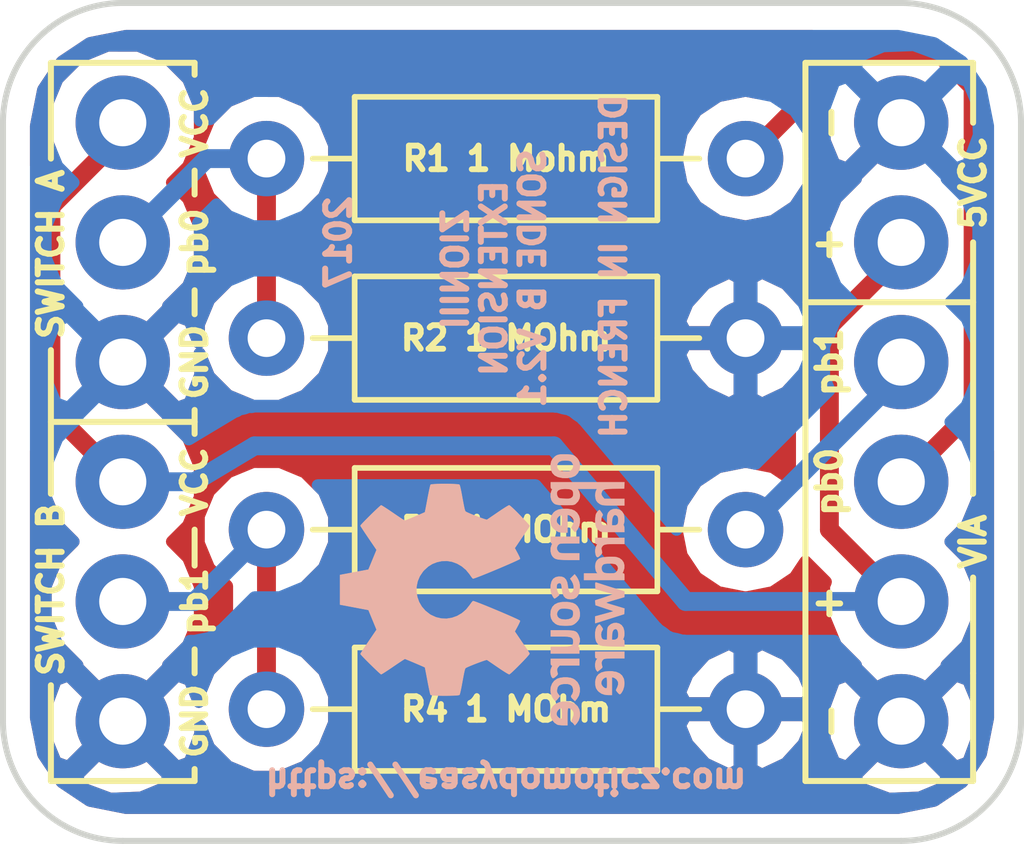
<source format=kicad_pcb>
(kicad_pcb (version 4) (host pcbnew 4.0.6)

  (general
    (links 14)
    (no_connects 0)
    (area 133.286499 85.026499 155.003501 102.933501)
    (thickness 1.6)
    (drawings 47)
    (tracks 27)
    (zones 0)
    (modules 11)
    (nets 7)
  )

  (page A4)
  (layers
    (0 Top signal)
    (31 Bottom signal)
    (34 B.Paste user)
    (35 F.Paste user)
    (36 B.SilkS user)
    (37 F.SilkS user)
    (38 B.Mask user)
    (39 F.Mask user)
    (44 Edge.Cuts user)
  )

  (setup
    (last_trace_width 0.1524)
    (user_trace_width 0.1524)
    (user_trace_width 0.2)
    (user_trace_width 0.25)
    (user_trace_width 0.3)
    (user_trace_width 0.4)
    (user_trace_width 0.5)
    (user_trace_width 0.6)
    (user_trace_width 0.8)
    (trace_clearance 0.3)
    (zone_clearance 0.508)
    (zone_45_only yes)
    (trace_min 0.1524)
    (segment_width 0.127)
    (edge_width 0.127)
    (via_size 0.6858)
    (via_drill 0.3302)
    (via_min_size 0.6858)
    (via_min_drill 0.3302)
    (uvia_size 0.762)
    (uvia_drill 0.508)
    (uvias_allowed no)
    (uvia_min_size 0)
    (uvia_min_drill 0)
    (pcb_text_width 0.127)
    (pcb_text_size 0.6 0.6)
    (mod_edge_width 0.127)
    (mod_text_size 0.6 0.6)
    (mod_text_width 0.127)
    (pad_size 2 2)
    (pad_drill 1)
    (pad_to_mask_clearance 0.05)
    (pad_to_paste_clearance -0.04)
    (aux_axis_origin 0 0)
    (visible_elements 7FFFF7FF)
    (pcbplotparams
      (layerselection 0x011fc_80000001)
      (usegerberextensions false)
      (excludeedgelayer true)
      (linewidth 0.127000)
      (plotframeref false)
      (viasonmask false)
      (mode 1)
      (useauxorigin false)
      (hpglpennumber 1)
      (hpglpenspeed 20)
      (hpglpendiameter 15)
      (hpglpenoverlay 2)
      (psnegative false)
      (psa4output false)
      (plotreference true)
      (plotvalue true)
      (plotinvisibletext false)
      (padsonsilk false)
      (subtractmaskfromsilk false)
      (outputformat 4)
      (mirror false)
      (drillshape 0)
      (scaleselection 1)
      (outputdirectory CAM/))
  )

  (net 0 "")
  (net 1 VCC)
  (net 2 GND)
  (net 3 "Net-(A1-Pad2)")
  (net 4 "Net-(A2-Pad2)")
  (net 5 "Net-(R1-Pad2)")
  (net 6 "Net-(R3-Pad2)")

  (net_class Default "Dit is de standaard class."
    (clearance 0.3)
    (trace_width 0.1524)
    (via_dia 0.6858)
    (via_drill 0.3302)
    (uvia_dia 0.762)
    (uvia_drill 0.508)
    (add_net GND)
    (add_net "Net-(A1-Pad2)")
    (add_net "Net-(A2-Pad2)")
    (add_net "Net-(R1-Pad2)")
    (add_net "Net-(R3-Pad2)")
    (add_net VCC)
  )

  (module BRICE:DS18B20 placed (layer Top) (tedit 590B66B4) (tstamp 590B5C8F)
    (at 135.89 90.17 90)
    (path /590B5387)
    (fp_text reference "SWITCH A" (at -0.254 -1.524 270) (layer F.SilkS)
      (effects (font (size 0.508 0.508) (thickness 0.127)))
    )
    (fp_text value SWITCH-A (at 0 -4.826 90) (layer F.Fab)
      (effects (font (size 1 1) (thickness 0.15)))
    )
    (pad 1 thru_hole circle (at -2.54 0 90) (size 2 2) (drill 1) (layers *.Cu *.Mask)
      (net 2 GND))
    (pad 3 thru_hole circle (at 2.54 0 90) (size 2 2) (drill 1) (layers *.Cu *.Mask)
      (net 1 VCC))
    (pad 2 thru_hole circle (at 0 0 90) (size 2 2) (drill 1) (layers *.Cu *.Mask)
      (net 3 "Net-(A1-Pad2)"))
  )

  (module BRICE:DS18B20 placed (layer Top) (tedit 590DED59) (tstamp 590B5C96)
    (at 135.89 97.79 90)
    (path /590BA548)
    (fp_text reference "SWITCH B" (at 0.254 -1.524 90) (layer F.SilkS)
      (effects (font (size 0.508 0.508) (thickness 0.127)))
    )
    (fp_text value SWITCH-B (at -0.508 -4.826 90) (layer F.Fab)
      (effects (font (size 1 1) (thickness 0.15)))
    )
    (pad 1 thru_hole circle (at -2.54 0 90) (size 2 2) (drill 1) (layers *.Cu *.Mask)
      (net 2 GND))
    (pad 3 thru_hole circle (at 2.54 0 90) (size 2 2) (drill 1) (layers *.Cu *.Mask)
      (net 1 VCC))
    (pad 2 thru_hole circle (at 0 0 90) (size 2 2) (drill 1) (layers *.Cu *.Mask)
      (net 4 "Net-(A2-Pad2)"))
  )

  (module BRICE:Power_Pad_2x_1mmDrill (layer Top) (tedit 590DEDC8) (tstamp 590B5C9C)
    (at 152.4 88.646 270)
    (path /590B81D9)
    (fp_text reference 5VCC (at 0.254 -1.524 270) (layer F.SilkS)
      (effects (font (size 0.508 0.508) (thickness 0.127)))
    )
    (fp_text value Power (at 0 -5.08 270) (layer F.Fab)
      (effects (font (size 1 1) (thickness 0.15)))
    )
    (pad 1 thru_hole circle (at 1.524 0 270) (size 2 2) (drill 1) (layers *.Cu *.Mask)
      (net 1 VCC))
    (pad 2 thru_hole circle (at -1.016 0 270) (size 2 2) (drill 1) (layers *.Cu *.Mask)
      (net 2 GND))
  )

  (module BRICE:Power_Pad_2x_1mmDrill (layer Top) (tedit 590DEF9F) (tstamp 590B5CA2)
    (at 152.4 96.52 90)
    (path /5887A78D)
    (fp_text reference VIA (at 0 1.524 90) (layer F.SilkS)
      (effects (font (size 0.508 0.508) (thickness 0.127)))
    )
    (fp_text value Power (at 0 2.54 90) (layer F.Fab)
      (effects (font (size 1 1) (thickness 0.15)))
    )
    (pad 1 thru_hole circle (at -1.27 0 90) (size 2 2) (drill 1) (layers *.Cu *.Mask)
      (net 1 VCC))
    (pad 2 thru_hole circle (at -3.81 0 90) (size 2 2) (drill 1) (layers *.Cu *.Mask)
      (net 2 GND))
  )

  (module Wire_Pads:SolderWirePad_single_1mmDrill (layer Top) (tedit 590DEDFA) (tstamp 590B5CA7)
    (at 152.4 95.25)
    (path /590B631D)
    (fp_text reference pb0 (at -1.524 0 90) (layer F.SilkS)
      (effects (font (size 0.508 0.508) (thickness 0.127)))
    )
    (fp_text value pb0 (at 4.572 0) (layer F.Fab)
      (effects (font (size 1 1) (thickness 0.15)))
    )
    (pad 1 thru_hole circle (at 0 0) (size 2 2) (drill 1) (layers *.Cu *.Mask)
      (net 5 "Net-(R1-Pad2)"))
  )

  (module Wire_Pads:SolderWirePad_single_1mmDrill (layer Top) (tedit 590DEDE9) (tstamp 590B5CAC)
    (at 152.4 92.71 270)
    (path /590B7691)
    (fp_text reference pb1 (at 0 1.524 270) (layer F.SilkS)
      (effects (font (size 0.508 0.508) (thickness 0.127)))
    )
    (fp_text value pb1 (at 4.572 -0.254 270) (layer F.Fab)
      (effects (font (size 1 1) (thickness 0.15)))
    )
    (pad 1 thru_hole circle (at 0 0 270) (size 2 2) (drill 1) (layers *.Cu *.Mask)
      (net 6 "Net-(R3-Pad2)"))
  )

  (module Resistors_THT:R_Axial_DIN0207_L6.3mm_D2.5mm_P10.16mm_Horizontal (layer Top) (tedit 590E1564) (tstamp 590B5CB2)
    (at 138.938 88.392)
    (descr "Resistor, Axial_DIN0207 series, Axial, Horizontal, pin pitch=10.16mm, 0.25W = 1/4W, length*diameter=6.3*2.5mm^2, http://cdn-reichelt.de/documents/datenblatt/B400/1_4W%23YAG.pdf")
    (tags "Resistor Axial_DIN0207 series Axial Horizontal pin pitch 10.16mm 0.25W = 1/4W length 6.3mm diameter 2.5mm")
    (path /590B5577)
    (fp_text reference "R1 1 Mohm" (at 5.08 0) (layer F.SilkS)
      (effects (font (size 0.5 0.5) (thickness 0.125)))
    )
    (fp_text value R (at 2.54 0) (layer F.Fab)
      (effects (font (size 1 1) (thickness 0.15)))
    )
    (fp_line (start 1.93 -1.25) (end 1.93 1.25) (layer F.Fab) (width 0.1))
    (fp_line (start 1.93 1.25) (end 8.23 1.25) (layer F.Fab) (width 0.1))
    (fp_line (start 8.23 1.25) (end 8.23 -1.25) (layer F.Fab) (width 0.1))
    (fp_line (start 8.23 -1.25) (end 1.93 -1.25) (layer F.Fab) (width 0.1))
    (fp_line (start 0 0) (end 1.93 0) (layer F.Fab) (width 0.1))
    (fp_line (start 10.16 0) (end 8.23 0) (layer F.Fab) (width 0.1))
    (fp_line (start 1.87 -1.31) (end 1.87 1.31) (layer F.SilkS) (width 0.12))
    (fp_line (start 1.87 1.31) (end 8.29 1.31) (layer F.SilkS) (width 0.12))
    (fp_line (start 8.29 1.31) (end 8.29 -1.31) (layer F.SilkS) (width 0.12))
    (fp_line (start 8.29 -1.31) (end 1.87 -1.31) (layer F.SilkS) (width 0.12))
    (fp_line (start 0.98 0) (end 1.87 0) (layer F.SilkS) (width 0.12))
    (fp_line (start 9.18 0) (end 8.29 0) (layer F.SilkS) (width 0.12))
    (fp_line (start -1.05 -1.6) (end -1.05 1.6) (layer F.CrtYd) (width 0.05))
    (fp_line (start -1.05 1.6) (end 11.25 1.6) (layer F.CrtYd) (width 0.05))
    (fp_line (start 11.25 1.6) (end 11.25 -1.6) (layer F.CrtYd) (width 0.05))
    (fp_line (start 11.25 -1.6) (end -1.05 -1.6) (layer F.CrtYd) (width 0.05))
    (pad 1 thru_hole circle (at 0 0) (size 1.6 1.6) (drill 0.8) (layers *.Cu *.Mask)
      (net 3 "Net-(A1-Pad2)"))
    (pad 2 thru_hole oval (at 10.16 0) (size 1.6 1.6) (drill 0.8) (layers *.Cu *.Mask)
      (net 5 "Net-(R1-Pad2)"))
    (model Resistors_THT.3dshapes/R_Axial_DIN0207_L6.3mm_D2.5mm_P10.16mm_Horizontal.wrl
      (at (xyz 0 0 0))
      (scale (xyz 0.393701 0.393701 0.393701))
      (rotate (xyz 0 0 0))
    )
  )

  (module Resistors_THT:R_Axial_DIN0207_L6.3mm_D2.5mm_P10.16mm_Horizontal (layer Top) (tedit 590E157B) (tstamp 590B5CB8)
    (at 138.938 92.202)
    (descr "Resistor, Axial_DIN0207 series, Axial, Horizontal, pin pitch=10.16mm, 0.25W = 1/4W, length*diameter=6.3*2.5mm^2, http://cdn-reichelt.de/documents/datenblatt/B400/1_4W%23YAG.pdf")
    (tags "Resistor Axial_DIN0207 series Axial Horizontal pin pitch 10.16mm 0.25W = 1/4W length 6.3mm diameter 2.5mm")
    (path /590B56B2)
    (fp_text reference "R2 1 MOhm" (at 5.08 0) (layer F.SilkS)
      (effects (font (size 0.5 0.5) (thickness 0.125)))
    )
    (fp_text value R (at 2.794 0) (layer F.Fab)
      (effects (font (size 1 1) (thickness 0.15)))
    )
    (fp_line (start 1.93 -1.25) (end 1.93 1.25) (layer F.Fab) (width 0.1))
    (fp_line (start 1.93 1.25) (end 8.23 1.25) (layer F.Fab) (width 0.1))
    (fp_line (start 8.23 1.25) (end 8.23 -1.25) (layer F.Fab) (width 0.1))
    (fp_line (start 8.23 -1.25) (end 1.93 -1.25) (layer F.Fab) (width 0.1))
    (fp_line (start 0 0) (end 1.93 0) (layer F.Fab) (width 0.1))
    (fp_line (start 10.16 0) (end 8.23 0) (layer F.Fab) (width 0.1))
    (fp_line (start 1.87 -1.31) (end 1.87 1.31) (layer F.SilkS) (width 0.12))
    (fp_line (start 1.87 1.31) (end 8.29 1.31) (layer F.SilkS) (width 0.12))
    (fp_line (start 8.29 1.31) (end 8.29 -1.31) (layer F.SilkS) (width 0.12))
    (fp_line (start 8.29 -1.31) (end 1.87 -1.31) (layer F.SilkS) (width 0.12))
    (fp_line (start 0.98 0) (end 1.87 0) (layer F.SilkS) (width 0.12))
    (fp_line (start 9.18 0) (end 8.29 0) (layer F.SilkS) (width 0.12))
    (fp_line (start -1.05 -1.6) (end -1.05 1.6) (layer F.CrtYd) (width 0.05))
    (fp_line (start -1.05 1.6) (end 11.25 1.6) (layer F.CrtYd) (width 0.05))
    (fp_line (start 11.25 1.6) (end 11.25 -1.6) (layer F.CrtYd) (width 0.05))
    (fp_line (start 11.25 -1.6) (end -1.05 -1.6) (layer F.CrtYd) (width 0.05))
    (pad 1 thru_hole circle (at 0 0) (size 1.6 1.6) (drill 0.8) (layers *.Cu *.Mask)
      (net 3 "Net-(A1-Pad2)"))
    (pad 2 thru_hole oval (at 10.16 0) (size 1.6 1.6) (drill 0.8) (layers *.Cu *.Mask)
      (net 2 GND))
    (model Resistors_THT.3dshapes/R_Axial_DIN0207_L6.3mm_D2.5mm_P10.16mm_Horizontal.wrl
      (at (xyz 0 0 0))
      (scale (xyz 0.393701 0.393701 0.393701))
      (rotate (xyz 0 0 0))
    )
  )

  (module Resistors_THT:R_Axial_DIN0207_L6.3mm_D2.5mm_P10.16mm_Horizontal (layer Top) (tedit 590E158F) (tstamp 590B5CBE)
    (at 138.938 96.266)
    (descr "Resistor, Axial_DIN0207 series, Axial, Horizontal, pin pitch=10.16mm, 0.25W = 1/4W, length*diameter=6.3*2.5mm^2, http://cdn-reichelt.de/documents/datenblatt/B400/1_4W%23YAG.pdf")
    (tags "Resistor Axial_DIN0207 series Axial Horizontal pin pitch 10.16mm 0.25W = 1/4W length 6.3mm diameter 2.5mm")
    (path /590B5826)
    (fp_text reference "R3 1 MOhm" (at 5.08 0) (layer F.SilkS)
      (effects (font (size 0.5 0.5) (thickness 0.125)))
    )
    (fp_text value R (at 2.794 0) (layer F.Fab)
      (effects (font (size 1 1) (thickness 0.15)))
    )
    (fp_line (start 1.93 -1.25) (end 1.93 1.25) (layer F.Fab) (width 0.1))
    (fp_line (start 1.93 1.25) (end 8.23 1.25) (layer F.Fab) (width 0.1))
    (fp_line (start 8.23 1.25) (end 8.23 -1.25) (layer F.Fab) (width 0.1))
    (fp_line (start 8.23 -1.25) (end 1.93 -1.25) (layer F.Fab) (width 0.1))
    (fp_line (start 0 0) (end 1.93 0) (layer F.Fab) (width 0.1))
    (fp_line (start 10.16 0) (end 8.23 0) (layer F.Fab) (width 0.1))
    (fp_line (start 1.87 -1.31) (end 1.87 1.31) (layer F.SilkS) (width 0.12))
    (fp_line (start 1.87 1.31) (end 8.29 1.31) (layer F.SilkS) (width 0.12))
    (fp_line (start 8.29 1.31) (end 8.29 -1.31) (layer F.SilkS) (width 0.12))
    (fp_line (start 8.29 -1.31) (end 1.87 -1.31) (layer F.SilkS) (width 0.12))
    (fp_line (start 0.98 0) (end 1.87 0) (layer F.SilkS) (width 0.12))
    (fp_line (start 9.18 0) (end 8.29 0) (layer F.SilkS) (width 0.12))
    (fp_line (start -1.05 -1.6) (end -1.05 1.6) (layer F.CrtYd) (width 0.05))
    (fp_line (start -1.05 1.6) (end 11.25 1.6) (layer F.CrtYd) (width 0.05))
    (fp_line (start 11.25 1.6) (end 11.25 -1.6) (layer F.CrtYd) (width 0.05))
    (fp_line (start 11.25 -1.6) (end -1.05 -1.6) (layer F.CrtYd) (width 0.05))
    (pad 1 thru_hole circle (at 0 0) (size 1.6 1.6) (drill 0.8) (layers *.Cu *.Mask)
      (net 4 "Net-(A2-Pad2)"))
    (pad 2 thru_hole oval (at 10.16 0) (size 1.6 1.6) (drill 0.8) (layers *.Cu *.Mask)
      (net 6 "Net-(R3-Pad2)"))
    (model Resistors_THT.3dshapes/R_Axial_DIN0207_L6.3mm_D2.5mm_P10.16mm_Horizontal.wrl
      (at (xyz 0 0 0))
      (scale (xyz 0.393701 0.393701 0.393701))
      (rotate (xyz 0 0 0))
    )
  )

  (module Resistors_THT:R_Axial_DIN0207_L6.3mm_D2.5mm_P10.16mm_Horizontal (layer Top) (tedit 590E15A5) (tstamp 590B5CC4)
    (at 138.938 100.076)
    (descr "Resistor, Axial_DIN0207 series, Axial, Horizontal, pin pitch=10.16mm, 0.25W = 1/4W, length*diameter=6.3*2.5mm^2, http://cdn-reichelt.de/documents/datenblatt/B400/1_4W%23YAG.pdf")
    (tags "Resistor Axial_DIN0207 series Axial Horizontal pin pitch 10.16mm 0.25W = 1/4W length 6.3mm diameter 2.5mm")
    (path /590B582C)
    (fp_text reference "R4 1 MOhm" (at 5.08 0) (layer F.SilkS)
      (effects (font (size 0.5 0.5) (thickness 0.125)))
    )
    (fp_text value R (at 2.794 0) (layer F.Fab)
      (effects (font (size 1 1) (thickness 0.15)))
    )
    (fp_line (start 1.93 -1.25) (end 1.93 1.25) (layer F.Fab) (width 0.1))
    (fp_line (start 1.93 1.25) (end 8.23 1.25) (layer F.Fab) (width 0.1))
    (fp_line (start 8.23 1.25) (end 8.23 -1.25) (layer F.Fab) (width 0.1))
    (fp_line (start 8.23 -1.25) (end 1.93 -1.25) (layer F.Fab) (width 0.1))
    (fp_line (start 0 0) (end 1.93 0) (layer F.Fab) (width 0.1))
    (fp_line (start 10.16 0) (end 8.23 0) (layer F.Fab) (width 0.1))
    (fp_line (start 1.87 -1.31) (end 1.87 1.31) (layer F.SilkS) (width 0.12))
    (fp_line (start 1.87 1.31) (end 8.29 1.31) (layer F.SilkS) (width 0.12))
    (fp_line (start 8.29 1.31) (end 8.29 -1.31) (layer F.SilkS) (width 0.12))
    (fp_line (start 8.29 -1.31) (end 1.87 -1.31) (layer F.SilkS) (width 0.12))
    (fp_line (start 0.98 0) (end 1.87 0) (layer F.SilkS) (width 0.12))
    (fp_line (start 9.18 0) (end 8.29 0) (layer F.SilkS) (width 0.12))
    (fp_line (start -1.05 -1.6) (end -1.05 1.6) (layer F.CrtYd) (width 0.05))
    (fp_line (start -1.05 1.6) (end 11.25 1.6) (layer F.CrtYd) (width 0.05))
    (fp_line (start 11.25 1.6) (end 11.25 -1.6) (layer F.CrtYd) (width 0.05))
    (fp_line (start 11.25 -1.6) (end -1.05 -1.6) (layer F.CrtYd) (width 0.05))
    (pad 1 thru_hole circle (at 0 0) (size 1.6 1.6) (drill 0.8) (layers *.Cu *.Mask)
      (net 4 "Net-(A2-Pad2)"))
    (pad 2 thru_hole oval (at 10.16 0) (size 1.6 1.6) (drill 0.8) (layers *.Cu *.Mask)
      (net 2 GND))
    (model Resistors_THT.3dshapes/R_Axial_DIN0207_L6.3mm_D2.5mm_P10.16mm_Horizontal.wrl
      (at (xyz 0 0 0))
      (scale (xyz 0.393701 0.393701 0.393701))
      (rotate (xyz 0 0 0))
    )
  )

  (module Symbols:OSHW-Logo_5.7x6mm_SilkScreen (layer Bottom) (tedit 0) (tstamp 590B79A2)
    (at 143.51 97.536 270)
    (descr "Open Source Hardware Logo")
    (tags "Logo OSHW")
    (attr virtual)
    (fp_text reference REF*** (at 0 0 270) (layer B.SilkS) hide
      (effects (font (size 1 1) (thickness 0.15)) (justify mirror))
    )
    (fp_text value OSHW-Logo_5.7x6mm_SilkScreen (at 0.75 0 270) (layer B.Fab) hide
      (effects (font (size 1 1) (thickness 0.15)) (justify mirror))
    )
    (fp_poly (pts (xy -1.908759 -1.469184) (xy -1.882247 -1.482282) (xy -1.849553 -1.505106) (xy -1.825725 -1.529996)
      (xy -1.809406 -1.561249) (xy -1.79924 -1.603166) (xy -1.793872 -1.660044) (xy -1.791944 -1.736184)
      (xy -1.791831 -1.768917) (xy -1.792161 -1.840656) (xy -1.793527 -1.891927) (xy -1.7965 -1.927404)
      (xy -1.801649 -1.951763) (xy -1.809543 -1.96968) (xy -1.817757 -1.981902) (xy -1.870187 -2.033905)
      (xy -1.93193 -2.065184) (xy -1.998536 -2.074592) (xy -2.065558 -2.06098) (xy -2.086792 -2.051354)
      (xy -2.137624 -2.024859) (xy -2.137624 -2.440052) (xy -2.100525 -2.420868) (xy -2.051643 -2.406025)
      (xy -1.991561 -2.402222) (xy -1.931564 -2.409243) (xy -1.886256 -2.425013) (xy -1.848675 -2.455047)
      (xy -1.816564 -2.498024) (xy -1.81415 -2.502436) (xy -1.803967 -2.523221) (xy -1.79653 -2.54417)
      (xy -1.791411 -2.569548) (xy -1.788181 -2.603618) (xy -1.786413 -2.650641) (xy -1.785677 -2.714882)
      (xy -1.785544 -2.787176) (xy -1.785544 -3.017822) (xy -1.923861 -3.017822) (xy -1.923861 -2.592533)
      (xy -1.962549 -2.559979) (xy -2.002738 -2.53394) (xy -2.040797 -2.529205) (xy -2.079066 -2.541389)
      (xy -2.099462 -2.55332) (xy -2.114642 -2.570313) (xy -2.125438 -2.595995) (xy -2.132683 -2.633991)
      (xy -2.137208 -2.687926) (xy -2.139844 -2.761425) (xy -2.140772 -2.810347) (xy -2.143911 -3.011535)
      (xy -2.209926 -3.015336) (xy -2.27594 -3.019136) (xy -2.27594 -1.77065) (xy -2.137624 -1.77065)
      (xy -2.134097 -1.840254) (xy -2.122215 -1.888569) (xy -2.10002 -1.918631) (xy -2.065559 -1.933471)
      (xy -2.030742 -1.936436) (xy -1.991329 -1.933028) (xy -1.965171 -1.919617) (xy -1.948814 -1.901896)
      (xy -1.935937 -1.882835) (xy -1.928272 -1.861601) (xy -1.924861 -1.831849) (xy -1.924749 -1.787236)
      (xy -1.925897 -1.74988) (xy -1.928532 -1.693604) (xy -1.932456 -1.656658) (xy -1.939063 -1.633223)
      (xy -1.949749 -1.61748) (xy -1.959833 -1.60838) (xy -2.00197 -1.588537) (xy -2.05184 -1.585332)
      (xy -2.080476 -1.592168) (xy -2.108828 -1.616464) (xy -2.127609 -1.663728) (xy -2.136712 -1.733624)
      (xy -2.137624 -1.77065) (xy -2.27594 -1.77065) (xy -2.27594 -1.458614) (xy -2.206782 -1.458614)
      (xy -2.16526 -1.460256) (xy -2.143838 -1.466087) (xy -2.137626 -1.477461) (xy -2.137624 -1.477798)
      (xy -2.134742 -1.488938) (xy -2.12203 -1.487673) (xy -2.096757 -1.475433) (xy -2.037869 -1.456707)
      (xy -1.971615 -1.454739) (xy -1.908759 -1.469184)) (layer B.SilkS) (width 0.01))
    (fp_poly (pts (xy -1.38421 -2.406555) (xy -1.325055 -2.422339) (xy -1.280023 -2.450948) (xy -1.248246 -2.488419)
      (xy -1.238366 -2.504411) (xy -1.231073 -2.521163) (xy -1.225974 -2.542592) (xy -1.222679 -2.572616)
      (xy -1.220797 -2.615154) (xy -1.219937 -2.674122) (xy -1.219707 -2.75344) (xy -1.219703 -2.774484)
      (xy -1.219703 -3.017822) (xy -1.280059 -3.017822) (xy -1.318557 -3.015126) (xy -1.347023 -3.008295)
      (xy -1.354155 -3.004083) (xy -1.373652 -2.996813) (xy -1.393566 -3.004083) (xy -1.426353 -3.01316)
      (xy -1.473978 -3.016813) (xy -1.526764 -3.015228) (xy -1.575036 -3.008589) (xy -1.603218 -3.000072)
      (xy -1.657753 -2.965063) (xy -1.691835 -2.916479) (xy -1.707157 -2.851882) (xy -1.707299 -2.850223)
      (xy -1.705955 -2.821566) (xy -1.584356 -2.821566) (xy -1.573726 -2.854161) (xy -1.55641 -2.872505)
      (xy -1.521652 -2.886379) (xy -1.475773 -2.891917) (xy -1.428988 -2.889191) (xy -1.391514 -2.878274)
      (xy -1.381015 -2.871269) (xy -1.362668 -2.838904) (xy -1.35802 -2.802111) (xy -1.35802 -2.753763)
      (xy -1.427582 -2.753763) (xy -1.493667 -2.75885) (xy -1.543764 -2.773263) (xy -1.574929 -2.795729)
      (xy -1.584356 -2.821566) (xy -1.705955 -2.821566) (xy -1.703987 -2.779647) (xy -1.68071 -2.723845)
      (xy -1.636948 -2.681647) (xy -1.630899 -2.677808) (xy -1.604907 -2.665309) (xy -1.572735 -2.65774)
      (xy -1.52776 -2.654061) (xy -1.474331 -2.653216) (xy -1.35802 -2.653169) (xy -1.35802 -2.604411)
      (xy -1.362953 -2.566581) (xy -1.375543 -2.541236) (xy -1.377017 -2.539887) (xy -1.405034 -2.5288)
      (xy -1.447326 -2.524503) (xy -1.494064 -2.526615) (xy -1.535418 -2.534756) (xy -1.559957 -2.546965)
      (xy -1.573253 -2.556746) (xy -1.587294 -2.558613) (xy -1.606671 -2.5506) (xy -1.635976 -2.530739)
      (xy -1.679803 -2.497063) (xy -1.683825 -2.493909) (xy -1.681764 -2.482236) (xy -1.664568 -2.462822)
      (xy -1.638433 -2.441248) (xy -1.609552 -2.423096) (xy -1.600478 -2.418809) (xy -1.56738 -2.410256)
      (xy -1.51888 -2.404155) (xy -1.464695 -2.401708) (xy -1.462161 -2.401703) (xy -1.38421 -2.406555)) (layer B.SilkS) (width 0.01))
    (fp_poly (pts (xy -0.993356 -2.40302) (xy -0.974539 -2.40866) (xy -0.968473 -2.421053) (xy -0.968218 -2.426647)
      (xy -0.967129 -2.44223) (xy -0.959632 -2.444676) (xy -0.939381 -2.433993) (xy -0.927351 -2.426694)
      (xy -0.8894 -2.411063) (xy -0.844072 -2.403334) (xy -0.796544 -2.40274) (xy -0.751995 -2.408513)
      (xy -0.715602 -2.419884) (xy -0.692543 -2.436088) (xy -0.687996 -2.456355) (xy -0.690291 -2.461843)
      (xy -0.70702 -2.484626) (xy -0.732963 -2.512647) (xy -0.737655 -2.517177) (xy -0.762383 -2.538005)
      (xy -0.783718 -2.544735) (xy -0.813555 -2.540038) (xy -0.825508 -2.536917) (xy -0.862705 -2.529421)
      (xy -0.888859 -2.532792) (xy -0.910946 -2.544681) (xy -0.931178 -2.560635) (xy -0.946079 -2.5807)
      (xy -0.956434 -2.608702) (xy -0.963029 -2.648467) (xy -0.966649 -2.703823) (xy -0.968078 -2.778594)
      (xy -0.968218 -2.82374) (xy -0.968218 -3.017822) (xy -1.09396 -3.017822) (xy -1.09396 -2.401683)
      (xy -1.031089 -2.401683) (xy -0.993356 -2.40302)) (layer B.SilkS) (width 0.01))
    (fp_poly (pts (xy -0.201188 -3.017822) (xy -0.270346 -3.017822) (xy -0.310488 -3.016645) (xy -0.331394 -3.011772)
      (xy -0.338922 -3.001186) (xy -0.339505 -2.994029) (xy -0.340774 -2.979676) (xy -0.348779 -2.976923)
      (xy -0.369815 -2.985771) (xy -0.386173 -2.994029) (xy -0.448977 -3.013597) (xy -0.517248 -3.014729)
      (xy -0.572752 -3.000135) (xy -0.624438 -2.964877) (xy -0.663838 -2.912835) (xy -0.685413 -2.85145)
      (xy -0.685962 -2.848018) (xy -0.689167 -2.810571) (xy -0.690761 -2.756813) (xy -0.690633 -2.716155)
      (xy -0.553279 -2.716155) (xy -0.550097 -2.770194) (xy -0.542859 -2.814735) (xy -0.53306 -2.839888)
      (xy -0.495989 -2.87426) (xy -0.451974 -2.886582) (xy -0.406584 -2.876618) (xy -0.367797 -2.846895)
      (xy -0.353108 -2.826905) (xy -0.344519 -2.80305) (xy -0.340496 -2.76823) (xy -0.339505 -2.71593)
      (xy -0.341278 -2.664139) (xy -0.345963 -2.618634) (xy -0.352603 -2.588181) (xy -0.35371 -2.585452)
      (xy -0.380491 -2.553) (xy -0.419579 -2.535183) (xy -0.463315 -2.532306) (xy -0.504038 -2.544674)
      (xy -0.534087 -2.572593) (xy -0.537204 -2.578148) (xy -0.546961 -2.612022) (xy -0.552277 -2.660728)
      (xy -0.553279 -2.716155) (xy -0.690633 -2.716155) (xy -0.690568 -2.69554) (xy -0.689664 -2.662563)
      (xy -0.683514 -2.580981) (xy -0.670733 -2.51973) (xy -0.649471 -2.474449) (xy -0.617878 -2.440779)
      (xy -0.587207 -2.421014) (xy -0.544354 -2.40712) (xy -0.491056 -2.402354) (xy -0.43648 -2.406236)
      (xy -0.389792 -2.418282) (xy -0.365124 -2.432693) (xy -0.339505 -2.455878) (xy -0.339505 -2.162773)
      (xy -0.201188 -2.162773) (xy -0.201188 -3.017822)) (layer B.SilkS) (width 0.01))
    (fp_poly (pts (xy 0.281524 -2.404237) (xy 0.331255 -2.407971) (xy 0.461291 -2.797773) (xy 0.481678 -2.728614)
      (xy 0.493946 -2.685874) (xy 0.510085 -2.628115) (xy 0.527512 -2.564625) (xy 0.536726 -2.53057)
      (xy 0.571388 -2.401683) (xy 0.714391 -2.401683) (xy 0.671646 -2.536857) (xy 0.650596 -2.603342)
      (xy 0.625167 -2.683539) (xy 0.59861 -2.767193) (xy 0.574902 -2.841782) (xy 0.520902 -3.011535)
      (xy 0.462598 -3.015328) (xy 0.404295 -3.019122) (xy 0.372679 -2.914734) (xy 0.353182 -2.849889)
      (xy 0.331904 -2.7784) (xy 0.313308 -2.715263) (xy 0.312574 -2.71275) (xy 0.298684 -2.669969)
      (xy 0.286429 -2.640779) (xy 0.277846 -2.629741) (xy 0.276082 -2.631018) (xy 0.269891 -2.64813)
      (xy 0.258128 -2.684787) (xy 0.242225 -2.736378) (xy 0.223614 -2.798294) (xy 0.213543 -2.832352)
      (xy 0.159007 -3.017822) (xy 0.043264 -3.017822) (xy -0.049263 -2.725471) (xy -0.075256 -2.643462)
      (xy -0.098934 -2.568987) (xy -0.11918 -2.505544) (xy -0.134874 -2.456632) (xy -0.144898 -2.425749)
      (xy -0.147945 -2.416726) (xy -0.145533 -2.407487) (xy -0.126592 -2.403441) (xy -0.087177 -2.403846)
      (xy -0.081007 -2.404152) (xy -0.007914 -2.407971) (xy 0.039957 -2.58401) (xy 0.057553 -2.648211)
      (xy 0.073277 -2.704649) (xy 0.085746 -2.748422) (xy 0.093574 -2.77463) (xy 0.09502 -2.778903)
      (xy 0.101014 -2.77399) (xy 0.113101 -2.748532) (xy 0.129893 -2.705997) (xy 0.150003 -2.64985)
      (xy 0.167003 -2.59913) (xy 0.231794 -2.400504) (xy 0.281524 -2.404237)) (layer B.SilkS) (width 0.01))
    (fp_poly (pts (xy 1.038411 -2.405417) (xy 1.091411 -2.41829) (xy 1.106731 -2.42511) (xy 1.136428 -2.442974)
      (xy 1.15922 -2.463093) (xy 1.176083 -2.488962) (xy 1.187998 -2.524073) (xy 1.195942 -2.57192)
      (xy 1.200894 -2.635996) (xy 1.203831 -2.719794) (xy 1.204947 -2.775768) (xy 1.209052 -3.017822)
      (xy 1.138932 -3.017822) (xy 1.096393 -3.016038) (xy 1.074476 -3.009942) (xy 1.068812 -2.999706)
      (xy 1.065821 -2.988637) (xy 1.052451 -2.990754) (xy 1.034233 -2.999629) (xy 0.988624 -3.013233)
      (xy 0.930007 -3.016899) (xy 0.868354 -3.010903) (xy 0.813638 -2.995521) (xy 0.80873 -2.993386)
      (xy 0.758723 -2.958255) (xy 0.725756 -2.909419) (xy 0.710587 -2.852333) (xy 0.711746 -2.831824)
      (xy 0.835508 -2.831824) (xy 0.846413 -2.859425) (xy 0.878745 -2.879204) (xy 0.93091 -2.889819)
      (xy 0.958787 -2.891228) (xy 1.005247 -2.88762) (xy 1.036129 -2.873597) (xy 1.043664 -2.866931)
      (xy 1.064076 -2.830666) (xy 1.068812 -2.797773) (xy 1.068812 -2.753763) (xy 1.007513 -2.753763)
      (xy 0.936256 -2.757395) (xy 0.886276 -2.768818) (xy 0.854696 -2.788824) (xy 0.847626 -2.797743)
      (xy 0.835508 -2.831824) (xy 0.711746 -2.831824) (xy 0.713971 -2.792456) (xy 0.736663 -2.735244)
      (xy 0.767624 -2.69658) (xy 0.786376 -2.679864) (xy 0.804733 -2.668878) (xy 0.828619 -2.66218)
      (xy 0.863957 -2.658326) (xy 0.916669 -2.655873) (xy 0.937577 -2.655168) (xy 1.068812 -2.650879)
      (xy 1.06862 -2.611158) (xy 1.063537 -2.569405) (xy 1.045162 -2.544158) (xy 1.008039 -2.52803)
      (xy 1.007043 -2.527742) (xy 0.95441 -2.5214) (xy 0.902906 -2.529684) (xy 0.86463 -2.549827)
      (xy 0.849272 -2.559773) (xy 0.83273 -2.558397) (xy 0.807275 -2.543987) (xy 0.792328 -2.533817)
      (xy 0.763091 -2.512088) (xy 0.74498 -2.4958) (xy 0.742074 -2.491137) (xy 0.75404 -2.467005)
      (xy 0.789396 -2.438185) (xy 0.804753 -2.428461) (xy 0.848901 -2.411714) (xy 0.908398 -2.402227)
      (xy 0.974487 -2.400095) (xy 1.038411 -2.405417)) (layer B.SilkS) (width 0.01))
    (fp_poly (pts (xy 1.635255 -2.401486) (xy 1.683595 -2.411015) (xy 1.711114 -2.425125) (xy 1.740064 -2.448568)
      (xy 1.698876 -2.500571) (xy 1.673482 -2.532064) (xy 1.656238 -2.547428) (xy 1.639102 -2.549776)
      (xy 1.614027 -2.542217) (xy 1.602257 -2.537941) (xy 1.55427 -2.531631) (xy 1.510324 -2.545156)
      (xy 1.47806 -2.57571) (xy 1.472819 -2.585452) (xy 1.467112 -2.611258) (xy 1.462706 -2.658817)
      (xy 1.459811 -2.724758) (xy 1.458631 -2.80571) (xy 1.458614 -2.817226) (xy 1.458614 -3.017822)
      (xy 1.320297 -3.017822) (xy 1.320297 -2.401683) (xy 1.389456 -2.401683) (xy 1.429333 -2.402725)
      (xy 1.450107 -2.407358) (xy 1.457789 -2.417849) (xy 1.458614 -2.427745) (xy 1.458614 -2.453806)
      (xy 1.491745 -2.427745) (xy 1.529735 -2.409965) (xy 1.58077 -2.401174) (xy 1.635255 -2.401486)) (layer B.SilkS) (width 0.01))
    (fp_poly (pts (xy 2.032581 -2.40497) (xy 2.092685 -2.420597) (xy 2.143021 -2.452848) (xy 2.167393 -2.47694)
      (xy 2.207345 -2.533895) (xy 2.230242 -2.599965) (xy 2.238108 -2.681182) (xy 2.238148 -2.687748)
      (xy 2.238218 -2.753763) (xy 1.858264 -2.753763) (xy 1.866363 -2.788342) (xy 1.880987 -2.819659)
      (xy 1.906581 -2.852291) (xy 1.911935 -2.8575) (xy 1.957943 -2.885694) (xy 2.01041 -2.890475)
      (xy 2.070803 -2.871926) (xy 2.08104 -2.866931) (xy 2.112439 -2.851745) (xy 2.13347 -2.843094)
      (xy 2.137139 -2.842293) (xy 2.149948 -2.850063) (xy 2.174378 -2.869072) (xy 2.186779 -2.87946)
      (xy 2.212476 -2.903321) (xy 2.220915 -2.919077) (xy 2.215058 -2.933571) (xy 2.211928 -2.937534)
      (xy 2.190725 -2.954879) (xy 2.155738 -2.975959) (xy 2.131337 -2.988265) (xy 2.062072 -3.009946)
      (xy 1.985388 -3.016971) (xy 1.912765 -3.008647) (xy 1.892426 -3.002686) (xy 1.829476 -2.968952)
      (xy 1.782815 -2.917045) (xy 1.752173 -2.846459) (xy 1.737282 -2.756692) (xy 1.735647 -2.709753)
      (xy 1.740421 -2.641413) (xy 1.86099 -2.641413) (xy 1.872652 -2.646465) (xy 1.903998 -2.650429)
      (xy 1.949571 -2.652768) (xy 1.980446 -2.653169) (xy 2.035981 -2.652783) (xy 2.071033 -2.650975)
      (xy 2.090262 -2.646773) (xy 2.09833 -2.639203) (xy 2.099901 -2.628218) (xy 2.089121 -2.594381)
      (xy 2.06198 -2.56094) (xy 2.026277 -2.535272) (xy 1.99056 -2.524772) (xy 1.942048 -2.534086)
      (xy 1.900053 -2.561013) (xy 1.870936 -2.599827) (xy 1.86099 -2.641413) (xy 1.740421 -2.641413)
      (xy 1.742599 -2.610236) (xy 1.764055 -2.530949) (xy 1.80047 -2.471263) (xy 1.852297 -2.430549)
      (xy 1.91999 -2.408179) (xy 1.956662 -2.403871) (xy 2.032581 -2.40497)) (layer B.SilkS) (width 0.01))
    (fp_poly (pts (xy -2.538261 -1.465148) (xy -2.472479 -1.494231) (xy -2.42254 -1.542793) (xy -2.388374 -1.610908)
      (xy -2.369907 -1.698651) (xy -2.368583 -1.712351) (xy -2.367546 -1.808939) (xy -2.380993 -1.893602)
      (xy -2.408108 -1.962221) (xy -2.422627 -1.984294) (xy -2.473201 -2.031011) (xy -2.537609 -2.061268)
      (xy -2.609666 -2.073824) (xy -2.683185 -2.067439) (xy -2.739072 -2.047772) (xy -2.787132 -2.014629)
      (xy -2.826412 -1.971175) (xy -2.827092 -1.970158) (xy -2.843044 -1.943338) (xy -2.85341 -1.916368)
      (xy -2.859688 -1.882332) (xy -2.863373 -1.83431) (xy -2.864997 -1.794931) (xy -2.865672 -1.759219)
      (xy -2.739955 -1.759219) (xy -2.738726 -1.79477) (xy -2.734266 -1.842094) (xy -2.726397 -1.872465)
      (xy -2.712207 -1.894072) (xy -2.698917 -1.906694) (xy -2.651802 -1.933122) (xy -2.602505 -1.936653)
      (xy -2.556593 -1.917639) (xy -2.533638 -1.896331) (xy -2.517096 -1.874859) (xy -2.507421 -1.854313)
      (xy -2.503174 -1.827574) (xy -2.50292 -1.787523) (xy -2.504228 -1.750638) (xy -2.507043 -1.697947)
      (xy -2.511505 -1.663772) (xy -2.519548 -1.64148) (xy -2.533103 -1.624442) (xy -2.543845 -1.614703)
      (xy -2.588777 -1.589123) (xy -2.637249 -1.587847) (xy -2.677894 -1.602999) (xy -2.712567 -1.634642)
      (xy -2.733224 -1.68662) (xy -2.739955 -1.759219) (xy -2.865672 -1.759219) (xy -2.866479 -1.716621)
      (xy -2.863948 -1.658056) (xy -2.856362 -1.614007) (xy -2.842681 -1.579248) (xy -2.821865 -1.548551)
      (xy -2.814147 -1.539436) (xy -2.765889 -1.494021) (xy -2.714128 -1.467493) (xy -2.650828 -1.456379)
      (xy -2.619961 -1.455471) (xy -2.538261 -1.465148)) (layer B.SilkS) (width 0.01))
    (fp_poly (pts (xy -1.356699 -1.472614) (xy -1.344168 -1.478514) (xy -1.300799 -1.510283) (xy -1.25979 -1.556646)
      (xy -1.229168 -1.607696) (xy -1.220459 -1.631166) (xy -1.212512 -1.673091) (xy -1.207774 -1.723757)
      (xy -1.207199 -1.744679) (xy -1.207129 -1.810693) (xy -1.587083 -1.810693) (xy -1.578983 -1.845273)
      (xy -1.559104 -1.88617) (xy -1.524347 -1.921514) (xy -1.482998 -1.944282) (xy -1.456649 -1.94901)
      (xy -1.420916 -1.943273) (xy -1.378282 -1.928882) (xy -1.363799 -1.922262) (xy -1.31024 -1.895513)
      (xy -1.264533 -1.930376) (xy -1.238158 -1.953955) (xy -1.224124 -1.973417) (xy -1.223414 -1.979129)
      (xy -1.235951 -1.992973) (xy -1.263428 -2.014012) (xy -1.288366 -2.030425) (xy -1.355664 -2.05993)
      (xy -1.43111 -2.073284) (xy -1.505888 -2.069812) (xy -1.565495 -2.051663) (xy -1.626941 -2.012784)
      (xy -1.670608 -1.961595) (xy -1.697926 -1.895367) (xy -1.710322 -1.811371) (xy -1.711421 -1.772936)
      (xy -1.707022 -1.684861) (xy -1.706482 -1.682299) (xy -1.580582 -1.682299) (xy -1.577115 -1.690558)
      (xy -1.562863 -1.695113) (xy -1.53347 -1.697065) (xy -1.484575 -1.697517) (xy -1.465748 -1.697525)
      (xy -1.408467 -1.696843) (xy -1.372141 -1.694364) (xy -1.352604 -1.689443) (xy -1.34569 -1.681434)
      (xy -1.345445 -1.678862) (xy -1.353336 -1.658423) (xy -1.373085 -1.629789) (xy -1.381575 -1.619763)
      (xy -1.413094 -1.591408) (xy -1.445949 -1.580259) (xy -1.463651 -1.579327) (xy -1.511539 -1.590981)
      (xy -1.551699 -1.622285) (xy -1.577173 -1.667752) (xy -1.577625 -1.669233) (xy -1.580582 -1.682299)
      (xy -1.706482 -1.682299) (xy -1.692392 -1.61551) (xy -1.666038 -1.560025) (xy -1.633807 -1.520639)
      (xy -1.574217 -1.477931) (xy -1.504168 -1.455109) (xy -1.429661 -1.453046) (xy -1.356699 -1.472614)) (layer B.SilkS) (width 0.01))
    (fp_poly (pts (xy 0.014017 -1.456452) (xy 0.061634 -1.465482) (xy 0.111034 -1.48437) (xy 0.116312 -1.486777)
      (xy 0.153774 -1.506476) (xy 0.179717 -1.524781) (xy 0.188103 -1.536508) (xy 0.180117 -1.555632)
      (xy 0.16072 -1.58385) (xy 0.15211 -1.594384) (xy 0.116628 -1.635847) (xy 0.070885 -1.608858)
      (xy 0.02735 -1.590878) (xy -0.02295 -1.581267) (xy -0.071188 -1.58066) (xy -0.108533 -1.589691)
      (xy -0.117495 -1.595327) (xy -0.134563 -1.621171) (xy -0.136637 -1.650941) (xy -0.123866 -1.674197)
      (xy -0.116312 -1.678708) (xy -0.093675 -1.684309) (xy -0.053885 -1.690892) (xy -0.004834 -1.697183)
      (xy 0.004215 -1.69817) (xy 0.082996 -1.711798) (xy 0.140136 -1.734946) (xy 0.17803 -1.769752)
      (xy 0.199079 -1.818354) (xy 0.205635 -1.877718) (xy 0.196577 -1.945198) (xy 0.167164 -1.998188)
      (xy 0.117278 -2.036783) (xy 0.0468 -2.061081) (xy -0.031435 -2.070667) (xy -0.095234 -2.070552)
      (xy -0.146984 -2.061845) (xy -0.182327 -2.049825) (xy -0.226983 -2.02888) (xy -0.268253 -2.004574)
      (xy -0.282921 -1.993876) (xy -0.320643 -1.963084) (xy -0.275148 -1.917049) (xy -0.229653 -1.871013)
      (xy -0.177928 -1.905243) (xy -0.126048 -1.930952) (xy -0.070649 -1.944399) (xy -0.017395 -1.945818)
      (xy 0.028049 -1.935443) (xy 0.060016 -1.913507) (xy 0.070338 -1.894998) (xy 0.068789 -1.865314)
      (xy 0.04314 -1.842615) (xy -0.00654 -1.82694) (xy -0.060969 -1.819695) (xy -0.144736 -1.805873)
      (xy -0.206967 -1.779796) (xy -0.248493 -1.740699) (xy -0.270147 -1.68782) (xy -0.273147 -1.625126)
      (xy -0.258329 -1.559642) (xy -0.224546 -1.510144) (xy -0.171495 -1.476408) (xy -0.098874 -1.458207)
      (xy -0.045072 -1.454639) (xy 0.014017 -1.456452)) (layer B.SilkS) (width 0.01))
    (fp_poly (pts (xy 0.610762 -1.466055) (xy 0.674363 -1.500692) (xy 0.724123 -1.555372) (xy 0.747568 -1.599842)
      (xy 0.757634 -1.639121) (xy 0.764156 -1.695116) (xy 0.766951 -1.759621) (xy 0.765836 -1.824429)
      (xy 0.760626 -1.881334) (xy 0.754541 -1.911727) (xy 0.734014 -1.953306) (xy 0.698463 -1.997468)
      (xy 0.655619 -2.036087) (xy 0.613211 -2.061034) (xy 0.612177 -2.06143) (xy 0.559553 -2.072331)
      (xy 0.497188 -2.072601) (xy 0.437924 -2.062676) (xy 0.41504 -2.054722) (xy 0.356102 -2.0213)
      (xy 0.31389 -1.977511) (xy 0.286156 -1.919538) (xy 0.270651 -1.843565) (xy 0.267143 -1.803771)
      (xy 0.26759 -1.753766) (xy 0.402376 -1.753766) (xy 0.406917 -1.826732) (xy 0.419986 -1.882334)
      (xy 0.440756 -1.917861) (xy 0.455552 -1.92802) (xy 0.493464 -1.935104) (xy 0.538527 -1.933007)
      (xy 0.577487 -1.922812) (xy 0.587704 -1.917204) (xy 0.614659 -1.884538) (xy 0.632451 -1.834545)
      (xy 0.640024 -1.773705) (xy 0.636325 -1.708497) (xy 0.628057 -1.669253) (xy 0.60432 -1.623805)
      (xy 0.566849 -1.595396) (xy 0.52172 -1.585573) (xy 0.475011 -1.595887) (xy 0.439132 -1.621112)
      (xy 0.420277 -1.641925) (xy 0.409272 -1.662439) (xy 0.404026 -1.690203) (xy 0.402449 -1.732762)
      (xy 0.402376 -1.753766) (xy 0.26759 -1.753766) (xy 0.268094 -1.69758) (xy 0.285388 -1.610501)
      (xy 0.319029 -1.54253) (xy 0.369018 -1.493664) (xy 0.435356 -1.463899) (xy 0.449601 -1.460448)
      (xy 0.53521 -1.452345) (xy 0.610762 -1.466055)) (layer B.SilkS) (width 0.01))
    (fp_poly (pts (xy 0.993367 -1.654342) (xy 0.994555 -1.746563) (xy 0.998897 -1.81661) (xy 1.007558 -1.867381)
      (xy 1.021704 -1.901772) (xy 1.0425 -1.922679) (xy 1.07111 -1.933) (xy 1.106535 -1.935636)
      (xy 1.143636 -1.932682) (xy 1.171818 -1.921889) (xy 1.192243 -1.90036) (xy 1.206079 -1.865199)
      (xy 1.214491 -1.81351) (xy 1.218643 -1.742394) (xy 1.219703 -1.654342) (xy 1.219703 -1.458614)
      (xy 1.35802 -1.458614) (xy 1.35802 -2.062179) (xy 1.288862 -2.062179) (xy 1.24717 -2.060489)
      (xy 1.225701 -2.054556) (xy 1.219703 -2.043293) (xy 1.216091 -2.033261) (xy 1.201714 -2.035383)
      (xy 1.172736 -2.04958) (xy 1.106319 -2.07148) (xy 1.035875 -2.069928) (xy 0.968377 -2.046147)
      (xy 0.936233 -2.027362) (xy 0.911715 -2.007022) (xy 0.893804 -1.981573) (xy 0.881479 -1.947458)
      (xy 0.873723 -1.901121) (xy 0.869516 -1.839007) (xy 0.86784 -1.757561) (xy 0.867624 -1.694578)
      (xy 0.867624 -1.458614) (xy 0.993367 -1.458614) (xy 0.993367 -1.654342)) (layer B.SilkS) (width 0.01))
    (fp_poly (pts (xy 2.217226 -1.46388) (xy 2.29008 -1.49483) (xy 2.313027 -1.509895) (xy 2.342354 -1.533048)
      (xy 2.360764 -1.551253) (xy 2.363961 -1.557183) (xy 2.354935 -1.57034) (xy 2.331837 -1.592667)
      (xy 2.313344 -1.60825) (xy 2.262728 -1.648926) (xy 2.22276 -1.615295) (xy 2.191874 -1.593584)
      (xy 2.161759 -1.58609) (xy 2.127292 -1.58792) (xy 2.072561 -1.601528) (xy 2.034886 -1.629772)
      (xy 2.011991 -1.675433) (xy 2.001597 -1.741289) (xy 2.001595 -1.741331) (xy 2.002494 -1.814939)
      (xy 2.016463 -1.868946) (xy 2.044328 -1.905716) (xy 2.063325 -1.918168) (xy 2.113776 -1.933673)
      (xy 2.167663 -1.933683) (xy 2.214546 -1.918638) (xy 2.225644 -1.911287) (xy 2.253476 -1.892511)
      (xy 2.275236 -1.889434) (xy 2.298704 -1.903409) (xy 2.324649 -1.92851) (xy 2.365716 -1.97088)
      (xy 2.320121 -2.008464) (xy 2.249674 -2.050882) (xy 2.170233 -2.071785) (xy 2.087215 -2.070272)
      (xy 2.032694 -2.056411) (xy 1.96897 -2.022135) (xy 1.918005 -1.968212) (xy 1.894851 -1.930149)
      (xy 1.876099 -1.875536) (xy 1.866715 -1.806369) (xy 1.866643 -1.731407) (xy 1.875824 -1.659409)
      (xy 1.894199 -1.599137) (xy 1.897093 -1.592958) (xy 1.939952 -1.532351) (xy 1.997979 -1.488224)
      (xy 2.066591 -1.461493) (xy 2.141201 -1.453073) (xy 2.217226 -1.46388)) (layer B.SilkS) (width 0.01))
    (fp_poly (pts (xy 2.677898 -1.456457) (xy 2.710096 -1.464279) (xy 2.771825 -1.492921) (xy 2.82461 -1.536667)
      (xy 2.861141 -1.589117) (xy 2.86616 -1.600893) (xy 2.873045 -1.63174) (xy 2.877864 -1.677371)
      (xy 2.879505 -1.723492) (xy 2.879505 -1.810693) (xy 2.697178 -1.810693) (xy 2.621979 -1.810978)
      (xy 2.569003 -1.812704) (xy 2.535325 -1.817181) (xy 2.51802 -1.82572) (xy 2.514163 -1.83963)
      (xy 2.520829 -1.860222) (xy 2.53277 -1.884315) (xy 2.56608 -1.924525) (xy 2.612368 -1.944558)
      (xy 2.668944 -1.943905) (xy 2.733031 -1.922101) (xy 2.788417 -1.895193) (xy 2.834375 -1.931532)
      (xy 2.880333 -1.967872) (xy 2.837096 -2.007819) (xy 2.779374 -2.045563) (xy 2.708386 -2.06832)
      (xy 2.632029 -2.074688) (xy 2.558199 -2.063268) (xy 2.546287 -2.059393) (xy 2.481399 -2.025506)
      (xy 2.43313 -1.974986) (xy 2.400465 -1.906325) (xy 2.382385 -1.818014) (xy 2.382175 -1.816121)
      (xy 2.380556 -1.719878) (xy 2.3871 -1.685542) (xy 2.514852 -1.685542) (xy 2.526584 -1.690822)
      (xy 2.558438 -1.694867) (xy 2.605397 -1.697176) (xy 2.635154 -1.697525) (xy 2.690648 -1.697306)
      (xy 2.725346 -1.695916) (xy 2.743601 -1.692251) (xy 2.749766 -1.68521) (xy 2.748195 -1.67369)
      (xy 2.746878 -1.669233) (xy 2.724382 -1.627355) (xy 2.689003 -1.593604) (xy 2.65778 -1.578773)
      (xy 2.616301 -1.579668) (xy 2.574269 -1.598164) (xy 2.539012 -1.628786) (xy 2.517854 -1.666062)
      (xy 2.514852 -1.685542) (xy 2.3871 -1.685542) (xy 2.39669 -1.635229) (xy 2.428698 -1.564191)
      (xy 2.474701 -1.508779) (xy 2.532821 -1.471009) (xy 2.60118 -1.452896) (xy 2.677898 -1.456457)) (layer B.SilkS) (width 0.01))
    (fp_poly (pts (xy -0.754012 -1.469002) (xy -0.722717 -1.48395) (xy -0.692409 -1.505541) (xy -0.669318 -1.530391)
      (xy -0.6525 -1.562087) (xy -0.641006 -1.604214) (xy -0.633891 -1.660358) (xy -0.630207 -1.734106)
      (xy -0.629008 -1.829044) (xy -0.628989 -1.838985) (xy -0.628713 -2.062179) (xy -0.76703 -2.062179)
      (xy -0.76703 -1.856418) (xy -0.767128 -1.780189) (xy -0.767809 -1.724939) (xy -0.769651 -1.686501)
      (xy -0.773233 -1.660706) (xy -0.779132 -1.643384) (xy -0.787927 -1.630368) (xy -0.80018 -1.617507)
      (xy -0.843047 -1.589873) (xy -0.889843 -1.584745) (xy -0.934424 -1.602217) (xy -0.949928 -1.615221)
      (xy -0.96131 -1.627447) (xy -0.969481 -1.64054) (xy -0.974974 -1.658615) (xy -0.97832 -1.685787)
      (xy -0.980051 -1.72617) (xy -0.980697 -1.783879) (xy -0.980792 -1.854132) (xy -0.980792 -2.062179)
      (xy -1.119109 -2.062179) (xy -1.119109 -1.458614) (xy -1.04995 -1.458614) (xy -1.008428 -1.460256)
      (xy -0.987006 -1.466087) (xy -0.980795 -1.477461) (xy -0.980792 -1.477798) (xy -0.97791 -1.488938)
      (xy -0.965199 -1.487674) (xy -0.939926 -1.475434) (xy -0.882605 -1.457424) (xy -0.817037 -1.455421)
      (xy -0.754012 -1.469002)) (layer B.SilkS) (width 0.01))
    (fp_poly (pts (xy 1.79946 -1.45803) (xy 1.842711 -1.471245) (xy 1.870558 -1.487941) (xy 1.879629 -1.501145)
      (xy 1.877132 -1.516797) (xy 1.860931 -1.541385) (xy 1.847232 -1.5588) (xy 1.818992 -1.590283)
      (xy 1.797775 -1.603529) (xy 1.779688 -1.602664) (xy 1.726035 -1.58901) (xy 1.68663 -1.58963)
      (xy 1.654632 -1.605104) (xy 1.64389 -1.614161) (xy 1.609505 -1.646027) (xy 1.609505 -2.062179)
      (xy 1.471188 -2.062179) (xy 1.471188 -1.458614) (xy 1.540347 -1.458614) (xy 1.581869 -1.460256)
      (xy 1.603291 -1.466087) (xy 1.609502 -1.477461) (xy 1.609505 -1.477798) (xy 1.612439 -1.489713)
      (xy 1.625704 -1.488159) (xy 1.644084 -1.479563) (xy 1.682046 -1.463568) (xy 1.712872 -1.453945)
      (xy 1.752536 -1.451478) (xy 1.79946 -1.45803)) (layer B.SilkS) (width 0.01))
    (fp_poly (pts (xy 0.376964 2.709982) (xy 0.433812 2.40843) (xy 0.853338 2.235488) (xy 1.104984 2.406605)
      (xy 1.175458 2.45425) (xy 1.239163 2.49679) (xy 1.293126 2.532285) (xy 1.334373 2.55879)
      (xy 1.359934 2.574364) (xy 1.366895 2.577722) (xy 1.379435 2.569086) (xy 1.406231 2.545208)
      (xy 1.44428 2.509141) (xy 1.490579 2.463933) (xy 1.542123 2.412636) (xy 1.595909 2.358299)
      (xy 1.648935 2.303972) (xy 1.698195 2.252705) (xy 1.740687 2.207549) (xy 1.773407 2.171554)
      (xy 1.793351 2.14777) (xy 1.798119 2.13981) (xy 1.791257 2.125135) (xy 1.77202 2.092986)
      (xy 1.74243 2.046508) (xy 1.70451 1.988844) (xy 1.660282 1.92314) (xy 1.634654 1.885664)
      (xy 1.587941 1.817232) (xy 1.546432 1.75548) (xy 1.51214 1.703481) (xy 1.48708 1.664308)
      (xy 1.473264 1.641035) (xy 1.471188 1.636145) (xy 1.475895 1.622245) (xy 1.488723 1.58985)
      (xy 1.507738 1.543515) (xy 1.531003 1.487794) (xy 1.556584 1.427242) (xy 1.582545 1.366414)
      (xy 1.60695 1.309864) (xy 1.627863 1.262148) (xy 1.643349 1.227819) (xy 1.651472 1.211432)
      (xy 1.651952 1.210788) (xy 1.664707 1.207659) (xy 1.698677 1.200679) (xy 1.75034 1.190533)
      (xy 1.816176 1.177908) (xy 1.892664 1.163491) (xy 1.93729 1.155177) (xy 2.019021 1.139616)
      (xy 2.092843 1.124808) (xy 2.155021 1.111564) (xy 2.201822 1.100695) (xy 2.229509 1.093011)
      (xy 2.235074 1.090573) (xy 2.240526 1.07407) (xy 2.244924 1.0368) (xy 2.248272 0.98312)
      (xy 2.250574 0.917388) (xy 2.251832 0.843963) (xy 2.252048 0.767204) (xy 2.251227 0.691468)
      (xy 2.249371 0.621114) (xy 2.246482 0.5605) (xy 2.242565 0.513984) (xy 2.237622 0.485925)
      (xy 2.234657 0.480084) (xy 2.216934 0.473083) (xy 2.179381 0.463073) (xy 2.126964 0.451231)
      (xy 2.064652 0.438733) (xy 2.0429 0.43469) (xy 1.938024 0.41548) (xy 1.85518 0.400009)
      (xy 1.79163 0.387663) (xy 1.744637 0.377827) (xy 1.711463 0.369886) (xy 1.689371 0.363224)
      (xy 1.675624 0.357227) (xy 1.667484 0.351281) (xy 1.666345 0.350106) (xy 1.654977 0.331174)
      (xy 1.637635 0.294331) (xy 1.61605 0.244087) (xy 1.591954 0.184954) (xy 1.567079 0.121444)
      (xy 1.543157 0.058068) (xy 1.521919 -0.000662) (xy 1.505097 -0.050235) (xy 1.494422 -0.086139)
      (xy 1.491627 -0.103862) (xy 1.49186 -0.104483) (xy 1.501331 -0.11897) (xy 1.522818 -0.150844)
      (xy 1.554063 -0.196789) (xy 1.592807 -0.253485) (xy 1.636793 -0.317617) (xy 1.649319 -0.335842)
      (xy 1.693984 -0.401914) (xy 1.733288 -0.4622) (xy 1.765088 -0.513235) (xy 1.787245 -0.55156)
      (xy 1.797617 -0.573711) (xy 1.798119 -0.576432) (xy 1.789405 -0.590736) (xy 1.765325 -0.619072)
      (xy 1.728976 -0.658396) (xy 1.683453 -0.705661) (xy 1.631852 -0.757823) (xy 1.577267 -0.811835)
      (xy 1.522794 -0.864653) (xy 1.471529 -0.913231) (xy 1.426567 -0.954523) (xy 1.391004 -0.985485)
      (xy 1.367935 -1.00307) (xy 1.361554 -1.005941) (xy 1.346699 -0.999178) (xy 1.316286 -0.980939)
      (xy 1.275268 -0.954297) (xy 1.243709 -0.932852) (xy 1.186525 -0.893503) (xy 1.118806 -0.847171)
      (xy 1.05088 -0.800913) (xy 1.014361 -0.776155) (xy 0.890752 -0.692547) (xy 0.786991 -0.74865)
      (xy 0.73972 -0.773228) (xy 0.699523 -0.792331) (xy 0.672326 -0.803227) (xy 0.665402 -0.804743)
      (xy 0.657077 -0.793549) (xy 0.640654 -0.761917) (xy 0.617357 -0.712765) (xy 0.588414 -0.64901)
      (xy 0.55505 -0.573571) (xy 0.518491 -0.489364) (xy 0.479964 -0.399308) (xy 0.440694 -0.306321)
      (xy 0.401908 -0.21332) (xy 0.36483 -0.123223) (xy 0.330689 -0.038948) (xy 0.300708 0.036587)
      (xy 0.276116 0.100466) (xy 0.258136 0.149769) (xy 0.247997 0.181579) (xy 0.246366 0.192504)
      (xy 0.259291 0.206439) (xy 0.287589 0.22906) (xy 0.325346 0.255667) (xy 0.328515 0.257772)
      (xy 0.4261 0.335886) (xy 0.504786 0.427018) (xy 0.563891 0.528255) (xy 0.602732 0.636682)
      (xy 0.620628 0.749386) (xy 0.616897 0.863452) (xy 0.590857 0.975966) (xy 0.541825 1.084015)
      (xy 0.5274 1.107655) (xy 0.452369 1.203113) (xy 0.36373 1.279768) (xy 0.264549 1.33722)
      (xy 0.157895 1.375071) (xy 0.046836 1.392922) (xy -0.065561 1.390375) (xy -0.176227 1.36703)
      (xy -0.282094 1.32249) (xy -0.380095 1.256355) (xy -0.41041 1.229513) (xy -0.487562 1.145488)
      (xy -0.543782 1.057034) (xy -0.582347 0.957885) (xy -0.603826 0.859697) (xy -0.609128 0.749303)
      (xy -0.591448 0.63836) (xy -0.552581 0.530619) (xy -0.494323 0.429831) (xy -0.418469 0.339744)
      (xy -0.326817 0.264108) (xy -0.314772 0.256136) (xy -0.276611 0.230026) (xy -0.247601 0.207405)
      (xy -0.233732 0.192961) (xy -0.233531 0.192504) (xy -0.236508 0.176879) (xy -0.248311 0.141418)
      (xy -0.267714 0.089038) (xy -0.293488 0.022655) (xy -0.324409 -0.054814) (xy -0.359249 -0.14045)
      (xy -0.396783 -0.231337) (xy -0.435783 -0.324559) (xy -0.475023 -0.417197) (xy -0.513276 -0.506335)
      (xy -0.549317 -0.589055) (xy -0.581917 -0.662441) (xy -0.609852 -0.723575) (xy -0.631895 -0.769541)
      (xy -0.646818 -0.797421) (xy -0.652828 -0.804743) (xy -0.671191 -0.799041) (xy -0.705552 -0.783749)
      (xy -0.749984 -0.761599) (xy -0.774417 -0.74865) (xy -0.878178 -0.692547) (xy -1.001787 -0.776155)
      (xy -1.064886 -0.818987) (xy -1.13397 -0.866122) (xy -1.198707 -0.910503) (xy -1.231134 -0.932852)
      (xy -1.276741 -0.963477) (xy -1.31536 -0.987747) (xy -1.341952 -1.002587) (xy -1.35059 -1.005724)
      (xy -1.363161 -0.997261) (xy -1.390984 -0.973636) (xy -1.431361 -0.937302) (xy -1.481595 -0.890711)
      (xy -1.538988 -0.836317) (xy -1.575286 -0.801392) (xy -1.63879 -0.738996) (xy -1.693673 -0.683188)
      (xy -1.737714 -0.636354) (xy -1.768695 -0.600882) (xy -1.784398 -0.579161) (xy -1.785905 -0.574752)
      (xy -1.778914 -0.557985) (xy -1.759594 -0.524082) (xy -1.730091 -0.476476) (xy -1.692545 -0.418599)
      (xy -1.6491 -0.353884) (xy -1.636745 -0.335842) (xy -1.591727 -0.270267) (xy -1.55134 -0.211228)
      (xy -1.51784 -0.162042) (xy -1.493486 -0.126028) (xy -1.480536 -0.106502) (xy -1.479285 -0.104483)
      (xy -1.481156 -0.088922) (xy -1.491087 -0.054709) (xy -1.507347 -0.006355) (xy -1.528205 0.051629)
      (xy -1.551927 0.11473) (xy -1.576784 0.178437) (xy -1.601042 0.238239) (xy -1.622971 0.289624)
      (xy -1.640838 0.328081) (xy -1.652913 0.349098) (xy -1.653771 0.350106) (xy -1.661154 0.356112)
      (xy -1.673625 0.362052) (xy -1.69392 0.36854) (xy -1.724778 0.376191) (xy -1.768934 0.38562)
      (xy -1.829126 0.397441) (xy -1.908093 0.412271) (xy -2.00857 0.430723) (xy -2.030325 0.43469)
      (xy -2.094802 0.447147) (xy -2.151011 0.459334) (xy -2.193987 0.470074) (xy -2.21876 0.478191)
      (xy -2.222082 0.480084) (xy -2.227556 0.496862) (xy -2.232006 0.534355) (xy -2.235428 0.588206)
      (xy -2.237819 0.654056) (xy -2.239177 0.727547) (xy -2.239499 0.80432) (xy -2.238781 0.880017)
      (xy -2.237021 0.95028) (xy -2.234216 1.01075) (xy -2.230362 1.05707) (xy -2.225457 1.084881)
      (xy -2.2225 1.090573) (xy -2.206037 1.096314) (xy -2.168551 1.105655) (xy -2.113775 1.117785)
      (xy -2.045445 1.131893) (xy -1.967294 1.14717) (xy -1.924716 1.155177) (xy -1.843929 1.170279)
      (xy -1.771887 1.18396) (xy -1.712111 1.195533) (xy -1.668121 1.204313) (xy -1.643439 1.209613)
      (xy -1.639377 1.210788) (xy -1.632511 1.224035) (xy -1.617998 1.255943) (xy -1.597771 1.301953)
      (xy -1.573766 1.357508) (xy -1.547918 1.418047) (xy -1.52216 1.479014) (xy -1.498427 1.535849)
      (xy -1.478654 1.583994) (xy -1.464776 1.61889) (xy -1.458726 1.635979) (xy -1.458614 1.636726)
      (xy -1.465472 1.650207) (xy -1.484698 1.68123) (xy -1.514272 1.726711) (xy -1.552173 1.783568)
      (xy -1.59638 1.848717) (xy -1.622079 1.886138) (xy -1.668907 1.954753) (xy -1.710499 2.017048)
      (xy -1.744825 2.069871) (xy -1.769857 2.110073) (xy -1.783565 2.1345) (xy -1.785544 2.139976)
      (xy -1.777034 2.152722) (xy -1.753507 2.179937) (xy -1.717968 2.218572) (xy -1.673423 2.265577)
      (xy -1.622877 2.317905) (xy -1.569336 2.372505) (xy -1.515805 2.42633) (xy -1.465289 2.47633)
      (xy -1.420794 2.519457) (xy -1.385325 2.552661) (xy -1.361887 2.572894) (xy -1.354046 2.577722)
      (xy -1.34128 2.570933) (xy -1.310744 2.551858) (xy -1.26541 2.522439) (xy -1.208244 2.484619)
      (xy -1.142216 2.440339) (xy -1.09241 2.406605) (xy -0.840764 2.235488) (xy -0.631001 2.321959)
      (xy -0.421237 2.40843) (xy -0.364389 2.709982) (xy -0.30754 3.011534) (xy 0.320115 3.011534)
      (xy 0.376964 2.709982)) (layer B.SilkS) (width 0.01))
  )

  (gr_line (start 150.368 96.266) (end 150.368 101.6) (angle 90) (layer F.SilkS) (width 0.127))
  (gr_line (start 153.924 99.314) (end 153.924 101.6) (angle 90) (layer F.SilkS) (width 0.127))
  (gr_line (start 150.368 101.6) (end 153.924 101.6) (angle 90) (layer F.SilkS) (width 0.127))
  (gr_line (start 150.368 86.36) (end 150.368 91.44) (angle 90) (layer F.SilkS) (width 0.127))
  (gr_line (start 153.924 86.36) (end 153.924 87.63) (angle 90) (layer F.SilkS) (width 0.127))
  (gr_line (start 150.368 86.36) (end 153.924 86.36) (angle 90) (layer F.SilkS) (width 0.127))
  (gr_line (start 134.366 86.36) (end 134.366 88.392) (angle 90) (layer F.SilkS) (width 0.127))
  (gr_line (start 137.414 86.36) (end 137.414 86.614) (angle 90) (layer F.SilkS) (width 0.127))
  (gr_line (start 137.414 86.36) (end 134.366 86.36) (angle 90) (layer F.SilkS) (width 0.127))
  (gr_line (start 137.414 101.6) (end 137.414 101.346) (angle 90) (layer F.SilkS) (width 0.127))
  (gr_line (start 134.366 101.6) (end 134.366 99.568) (angle 90) (layer F.SilkS) (width 0.127))
  (gr_line (start 153.924 97.282) (end 153.924 99.314) (angle 90) (layer F.SilkS) (width 0.127))
  (gr_line (start 153.924 91.44) (end 153.924 95.504) (angle 90) (layer F.SilkS) (width 0.127))
  (gr_line (start 153.924 91.44) (end 153.924 90.17) (angle 90) (layer F.SilkS) (width 0.127))
  (gr_line (start 150.368 91.44) (end 153.924 91.44) (angle 90) (layer F.SilkS) (width 0.127))
  (gr_line (start 150.368 96.266) (end 150.368 91.44) (angle 90) (layer F.SilkS) (width 0.127))
  (gr_line (start 137.414 101.6) (end 134.366 101.6) (angle 90) (layer F.SilkS) (width 0.127))
  (gr_line (start 137.414 89.154) (end 137.414 88.646) (angle 90) (layer F.SilkS) (width 0.127))
  (gr_line (start 137.414 91.694) (end 137.414 91.186) (angle 90) (layer F.SilkS) (width 0.127))
  (gr_line (start 137.414 98.806) (end 137.414 99.314) (angle 90) (layer F.SilkS) (width 0.127))
  (gr_line (start 137.414 96.266) (end 137.414 97.028) (angle 90) (layer F.SilkS) (width 0.127))
  (gr_line (start 137.414 93.98) (end 137.414 94.234) (angle 90) (layer F.SilkS) (width 0.127))
  (gr_line (start 137.414 93.98) (end 137.414 93.726) (angle 90) (layer F.SilkS) (width 0.127))
  (gr_line (start 134.366 93.98) (end 137.414 93.98) (angle 90) (layer F.SilkS) (width 0.127))
  (gr_line (start 134.366 95.504) (end 134.366 92.456) (angle 90) (layer F.SilkS) (width 0.127))
  (gr_line (start 133.35 87.63) (end 133.35 100.33) (angle 90) (layer Edge.Cuts) (width 0.127))
  (gr_line (start 135.89 85.09) (end 152.4 85.09) (angle 90) (layer Edge.Cuts) (width 0.127))
  (gr_line (start 152.4 102.87) (end 135.89 102.87) (angle 90) (layer Edge.Cuts) (width 0.127))
  (gr_line (start 154.94 100.33) (end 154.94 87.63) (angle 90) (layer Edge.Cuts) (width 0.127))
  (gr_text "DESIGN IN FRENCH" (at 146.304 90.678 90) (layer B.SilkS)
    (effects (font (size 0.508 0.508) (thickness 0.127)) (justify mirror))
  )
  (gr_text + (at 150.876 97.79) (layer F.SilkS)
    (effects (font (size 0.6 0.6) (thickness 0.127)) (justify mirror))
  )
  (gr_text - (at 150.876 100.33 90) (layer F.SilkS)
    (effects (font (size 0.6 0.6) (thickness 0.127)))
  )
  (gr_text https://easydomoticz.com (at 144.018 101.6 180) (layer B.SilkS)
    (effects (font (size 0.508 0.508) (thickness 0.127)) (justify mirror))
  )
  (gr_arc (start 152.4 87.63) (end 152.4 85.09) (angle 90) (layer Edge.Cuts) (width 0.127))
  (gr_arc (start 152.4 100.33) (end 154.94 100.33) (angle 90) (layer Edge.Cuts) (width 0.127))
  (gr_arc (start 135.89 87.63) (end 133.35 87.63) (angle 90) (layer Edge.Cuts) (width 0.127))
  (gr_arc (start 135.89 100.33) (end 135.89 102.87) (angle 90) (layer Edge.Cuts) (width 0.127))
  (gr_text 2017 (at 140.462 90.17 90) (layer B.SilkS)
    (effects (font (size 0.508 0.508) (thickness 0.127)) (justify mirror))
  )
  (gr_text + (at 150.876 90.17) (layer F.SilkS)
    (effects (font (size 0.6 0.6) (thickness 0.127)) (justify mirror))
  )
  (gr_text - (at 150.876 87.63 90) (layer F.SilkS)
    (effects (font (size 0.6 0.6) (thickness 0.127)))
  )
  (gr_text pb0 (at 137.414 90.17 90) (layer F.SilkS)
    (effects (font (size 0.508 0.508) (thickness 0.127)))
  )
  (gr_text GND (at 137.414 92.71 90) (layer F.SilkS)
    (effects (font (size 0.508 0.508) (thickness 0.127)))
  )
  (gr_text VCC (at 137.414 87.63 90) (layer F.SilkS)
    (effects (font (size 0.508 0.508) (thickness 0.127)))
  )
  (gr_text "ZIONIII \nEXTENSION\nSONDE B V2.1" (at 143.764 90.932 90) (layer B.SilkS)
    (effects (font (size 0.508 0.508) (thickness 0.127)) (justify mirror))
  )
  (gr_text pb1 (at 137.414 97.79 90) (layer F.SilkS) (tstamp 588A3EFD)
    (effects (font (size 0.5 0.5) (thickness 0.125)))
  )
  (gr_text VCC (at 137.414 95.25 90) (layer F.SilkS) (tstamp 588A3EFC)
    (effects (font (size 0.5 0.5) (thickness 0.125)))
  )
  (gr_text GND (at 137.414 100.33 90) (layer F.SilkS) (tstamp 588A3EFB)
    (effects (font (size 0.5 0.5) (thickness 0.125)))
  )

  (segment (start 152.4 97.79) (end 151.638 97.79) (width 0.4) (layer Bottom) (net 1) (status 80000))
  (segment (start 151.638 97.79) (end 147.828 97.79) (width 0.4) (layer Bottom) (net 1) (status 80000))
  (segment (start 147.828 97.79) (end 145.034 94.488) (width 0.4) (layer Bottom) (net 1) (status 80000))
  (segment (start 145.034 94.488) (end 138.684 94.488) (width 0.4) (layer Bottom) (net 1) (status 80000))
  (segment (start 138.684 94.488) (end 137.414 95.25) (width 0.4) (layer Bottom) (net 1) (status 80000))
  (segment (start 137.414 95.25) (end 135.89 95.25) (width 0.4) (layer Bottom) (net 1) (status 80000))
  (segment (start 135.89 95.25) (end 134.366 93.726) (width 0.4) (layer Top) (net 1) (status 80000))
  (segment (start 134.366 93.726) (end 134.366 89.408) (width 0.4) (layer Top) (net 1) (status 80000))
  (segment (start 134.366 89.408) (end 135.89 87.884) (width 0.4) (layer Top) (net 1) (status 80000))
  (segment (start 135.89 87.884) (end 135.89 87.63) (width 0.4) (layer Top) (net 1) (status 80000))
  (segment (start 152.4 97.79) (end 150.876 96.266) (width 0.4) (layer Top) (net 1) (status 80000))
  (segment (start 150.876 96.266) (end 150.876 91.948) (width 0.4) (layer Top) (net 1) (status 80000))
  (segment (start 150.876 91.948) (end 152.4 90.424) (width 0.4) (layer Top) (net 1) (status 80000))
  (segment (start 152.4 90.424) (end 152.4 90.17) (width 0.4) (layer Top) (net 1) (status 80000))
  (segment (start 135.89 90.17) (end 137.668 88.392) (width 0.4) (layer Bottom) (net 3) (status 80000))
  (segment (start 137.668 88.392) (end 138.938 88.392) (width 0.4) (layer Bottom) (net 3) (status 80000))
  (segment (start 138.938 88.392) (end 138.938 92.202) (width 0.4) (layer Top) (net 3) (status 80000))
  (segment (start 138.938 96.266) (end 137.414 97.79) (width 0.4) (layer Bottom) (net 4) (status 80000))
  (segment (start 137.414 97.79) (end 135.89 97.79) (width 0.4) (layer Bottom) (net 4) (status 80000))
  (segment (start 138.938 100.076) (end 138.938 96.266) (width 0.4) (layer Top) (net 4) (status 80000))
  (segment (start 152.4 95.25) (end 153.924 93.726) (width 0.4) (layer Top) (net 5) (status 80000))
  (segment (start 153.924 93.726) (end 153.924 86.868) (width 0.4) (layer Top) (net 5) (status 80000))
  (segment (start 153.924 86.868) (end 153.162 86.106) (width 0.4) (layer Top) (net 5) (status 80000))
  (segment (start 153.162 86.106) (end 151.384 86.106) (width 0.4) (layer Top) (net 5) (status 80000))
  (segment (start 151.384 86.106) (end 149.098 88.392) (width 0.4) (layer Top) (net 5) (status 80000))
  (segment (start 152.4 92.71) (end 152.4 92.964) (width 0.4) (layer Bottom) (net 6) (status 80000))
  (segment (start 152.4 92.964) (end 149.098 96.266) (width 0.4) (layer Bottom) (net 6) (status 80000))

  (zone (net 2) (net_name GND) (layer Bottom) (tstamp 590B5FB9) (hatch edge 0.508)
    (connect_pads (clearance 0.508))
    (min_thickness 0.254)
    (fill yes (arc_segments 16) (thermal_gap 0.508) (thermal_bridge_width 0.508))
    (polygon
      (pts
        (xy 133.35 85.09) (xy 154.94 85.09) (xy 154.94 102.87) (xy 133.35 102.87)
      )
    )
    (filled_polygon
      (pts
        (xy 153.099476 85.941319) (xy 153.692462 86.337541) (xy 154.08868 86.930523) (xy 154.2415 87.698799) (xy 154.2415 100.261201)
        (xy 154.08868 101.029477) (xy 153.692462 101.622459) (xy 153.099476 102.018681) (xy 152.331201 102.1715) (xy 135.958799 102.1715)
        (xy 135.190523 102.01868) (xy 134.597541 101.622462) (xy 134.504043 101.482532) (xy 134.917073 101.482532) (xy 135.015736 101.749387)
        (xy 135.625461 101.975908) (xy 136.27546 101.951856) (xy 136.764264 101.749387) (xy 136.862927 101.482532) (xy 135.89 100.509605)
        (xy 134.917073 101.482532) (xy 134.504043 101.482532) (xy 134.201319 101.029476) (xy 134.0485 100.261201) (xy 134.0485 100.065461)
        (xy 134.244092 100.065461) (xy 134.268144 100.71546) (xy 134.470613 101.204264) (xy 134.737468 101.302927) (xy 135.710395 100.33)
        (xy 136.069605 100.33) (xy 137.042532 101.302927) (xy 137.309387 101.204264) (xy 137.535908 100.594539) (xy 137.529645 100.425272)
        (xy 137.720757 100.8878) (xy 138.124077 101.291824) (xy 138.651309 101.51075) (xy 139.222187 101.511248) (xy 139.291685 101.482532)
        (xy 151.427073 101.482532) (xy 151.525736 101.749387) (xy 152.135461 101.975908) (xy 152.78546 101.951856) (xy 153.274264 101.749387)
        (xy 153.372927 101.482532) (xy 152.4 100.509605) (xy 151.427073 101.482532) (xy 139.291685 101.482532) (xy 139.7498 101.293243)
        (xy 140.153824 100.889923) (xy 140.34686 100.425039) (xy 147.706096 100.425039) (xy 147.866959 100.813423) (xy 148.242866 101.228389)
        (xy 148.748959 101.467914) (xy 148.971 101.346629) (xy 148.971 100.203) (xy 149.225 100.203) (xy 149.225 101.346629)
        (xy 149.447041 101.467914) (xy 149.953134 101.228389) (xy 150.329041 100.813423) (xy 150.489904 100.425039) (xy 150.367915 100.203)
        (xy 149.225 100.203) (xy 148.971 100.203) (xy 147.828085 100.203) (xy 147.706096 100.425039) (xy 140.34686 100.425039)
        (xy 140.37275 100.362691) (xy 140.373009 100.065461) (xy 150.754092 100.065461) (xy 150.778144 100.71546) (xy 150.980613 101.204264)
        (xy 151.247468 101.302927) (xy 152.220395 100.33) (xy 152.579605 100.33) (xy 153.552532 101.302927) (xy 153.819387 101.204264)
        (xy 154.045908 100.594539) (xy 154.021856 99.94454) (xy 153.819387 99.455736) (xy 153.552532 99.357073) (xy 152.579605 100.33)
        (xy 152.220395 100.33) (xy 151.247468 99.357073) (xy 150.980613 99.455736) (xy 150.754092 100.065461) (xy 140.373009 100.065461)
        (xy 140.373248 99.791813) (xy 140.346452 99.726961) (xy 147.706096 99.726961) (xy 147.828085 99.949) (xy 148.971 99.949)
        (xy 148.971 98.805371) (xy 149.225 98.805371) (xy 149.225 99.949) (xy 150.367915 99.949) (xy 150.489904 99.726961)
        (xy 150.329041 99.338577) (xy 149.953134 98.923611) (xy 149.447041 98.684086) (xy 149.225 98.805371) (xy 148.971 98.805371)
        (xy 148.748959 98.684086) (xy 148.242866 98.923611) (xy 147.866959 99.338577) (xy 147.706096 99.726961) (xy 140.346452 99.726961)
        (xy 140.155243 99.2642) (xy 139.751923 98.860176) (xy 139.224691 98.64125) (xy 138.653813 98.640752) (xy 138.1262 98.858757)
        (xy 137.722176 99.262077) (xy 137.50325 99.789309) (xy 137.503133 99.923481) (xy 137.309387 99.455736) (xy 137.042532 99.357073)
        (xy 136.069605 100.33) (xy 135.710395 100.33) (xy 134.737468 99.357073) (xy 134.470613 99.455736) (xy 134.244092 100.065461)
        (xy 134.0485 100.065461) (xy 134.0485 95.573795) (xy 134.254716 95.573795) (xy 134.503106 96.174943) (xy 134.847759 96.520199)
        (xy 134.504722 96.862637) (xy 134.255284 97.463352) (xy 134.254716 98.113795) (xy 134.503106 98.714943) (xy 134.929978 99.142562)
        (xy 134.917073 99.177468) (xy 135.89 100.150395) (xy 136.862927 99.177468) (xy 136.849836 99.142062) (xy 137.275278 98.717363)
        (xy 137.31363 98.625) (xy 137.414 98.625) (xy 137.733541 98.561439) (xy 138.004434 98.380434) (xy 138.684089 97.700779)
        (xy 139.222187 97.701248) (xy 139.7498 97.483243) (xy 140.153824 97.079923) (xy 140.37275 96.552691) (xy 140.373248 95.981813)
        (xy 140.155243 95.4542) (xy 140.024272 95.323) (xy 144.646727 95.323) (xy 147.190572 98.329362) (xy 147.218055 98.351233)
        (xy 147.237566 98.380434) (xy 147.344689 98.452011) (xy 147.445499 98.532238) (xy 147.479256 98.541926) (xy 147.508459 98.561439)
        (xy 147.634824 98.586575) (xy 147.758657 98.622115) (xy 147.793552 98.618148) (xy 147.828 98.625) (xy 150.975942 98.625)
        (xy 151.013106 98.714943) (xy 151.439978 99.142562) (xy 151.427073 99.177468) (xy 152.4 100.150395) (xy 153.372927 99.177468)
        (xy 153.359836 99.142062) (xy 153.785278 98.717363) (xy 154.034716 98.116648) (xy 154.035284 97.466205) (xy 153.786894 96.865057)
        (xy 153.442241 96.519801) (xy 153.785278 96.177363) (xy 154.034716 95.576648) (xy 154.035284 94.926205) (xy 153.786894 94.325057)
        (xy 153.442241 93.979801) (xy 153.785278 93.637363) (xy 154.034716 93.036648) (xy 154.035284 92.386205) (xy 153.786894 91.785057)
        (xy 153.442241 91.439801) (xy 153.785278 91.097363) (xy 154.034716 90.496648) (xy 154.035284 89.846205) (xy 153.786894 89.245057)
        (xy 153.360022 88.817438) (xy 153.372927 88.782532) (xy 152.4 87.809605) (xy 151.427073 88.782532) (xy 151.440164 88.817938)
        (xy 151.014722 89.242637) (xy 150.765284 89.843352) (xy 150.764716 90.493795) (xy 151.013106 91.094943) (xy 151.357759 91.440199)
        (xy 151.014722 91.782637) (xy 150.765284 92.383352) (xy 150.764716 93.033795) (xy 150.877172 93.30596) (xy 149.314633 94.868499)
        (xy 149.126113 94.831) (xy 149.069887 94.831) (xy 148.520736 94.940233) (xy 148.055189 95.251302) (xy 147.74412 95.716849)
        (xy 147.634887 96.266) (xy 147.635691 96.27004) (xy 145.671428 93.948638) (xy 145.643945 93.926767) (xy 145.624434 93.897566)
        (xy 145.517311 93.825989) (xy 145.416501 93.745762) (xy 145.382744 93.736074) (xy 145.353541 93.716561) (xy 145.227176 93.691425)
        (xy 145.103343 93.655885) (xy 145.068448 93.659852) (xy 145.034 93.653) (xy 138.684 93.653) (xy 138.62311 93.665112)
        (xy 138.561102 93.662094) (xy 138.464795 93.696603) (xy 138.364459 93.716561) (xy 138.312841 93.751051) (xy 138.254396 93.771993)
        (xy 137.287965 94.351851) (xy 137.276894 94.325057) (xy 136.850022 93.897438) (xy 136.862927 93.862532) (xy 135.89 92.889605)
        (xy 134.917073 93.862532) (xy 134.930164 93.897938) (xy 134.504722 94.322637) (xy 134.255284 94.923352) (xy 134.254716 95.573795)
        (xy 134.0485 95.573795) (xy 134.0485 92.445461) (xy 134.244092 92.445461) (xy 134.268144 93.09546) (xy 134.470613 93.584264)
        (xy 134.737468 93.682927) (xy 135.710395 92.71) (xy 136.069605 92.71) (xy 137.042532 93.682927) (xy 137.309387 93.584264)
        (xy 137.535908 92.974539) (xy 137.519321 92.526288) (xy 137.720757 93.0138) (xy 138.124077 93.417824) (xy 138.651309 93.63675)
        (xy 139.222187 93.637248) (xy 139.7498 93.419243) (xy 140.153824 93.015923) (xy 140.34686 92.551039) (xy 147.706096 92.551039)
        (xy 147.866959 92.939423) (xy 148.242866 93.354389) (xy 148.748959 93.593914) (xy 148.971 93.472629) (xy 148.971 92.329)
        (xy 149.225 92.329) (xy 149.225 93.472629) (xy 149.447041 93.593914) (xy 149.953134 93.354389) (xy 150.329041 92.939423)
        (xy 150.489904 92.551039) (xy 150.367915 92.329) (xy 149.225 92.329) (xy 148.971 92.329) (xy 147.828085 92.329)
        (xy 147.706096 92.551039) (xy 140.34686 92.551039) (xy 140.37275 92.488691) (xy 140.373248 91.917813) (xy 140.346452 91.852961)
        (xy 147.706096 91.852961) (xy 147.828085 92.075) (xy 148.971 92.075) (xy 148.971 90.931371) (xy 149.225 90.931371)
        (xy 149.225 92.075) (xy 150.367915 92.075) (xy 150.489904 91.852961) (xy 150.329041 91.464577) (xy 149.953134 91.049611)
        (xy 149.447041 90.810086) (xy 149.225 90.931371) (xy 148.971 90.931371) (xy 148.748959 90.810086) (xy 148.242866 91.049611)
        (xy 147.866959 91.464577) (xy 147.706096 91.852961) (xy 140.346452 91.852961) (xy 140.155243 91.3902) (xy 139.751923 90.986176)
        (xy 139.224691 90.76725) (xy 138.653813 90.766752) (xy 138.1262 90.984757) (xy 137.722176 91.388077) (xy 137.50325 91.915309)
        (xy 137.502912 92.302947) (xy 137.309387 91.835736) (xy 137.042532 91.737073) (xy 136.069605 92.71) (xy 135.710395 92.71)
        (xy 134.737468 91.737073) (xy 134.470613 91.835736) (xy 134.244092 92.445461) (xy 134.0485 92.445461) (xy 134.0485 87.953795)
        (xy 134.254716 87.953795) (xy 134.503106 88.554943) (xy 134.847759 88.900199) (xy 134.504722 89.242637) (xy 134.255284 89.843352)
        (xy 134.254716 90.493795) (xy 134.503106 91.094943) (xy 134.929978 91.522562) (xy 134.917073 91.557468) (xy 135.89 92.530395)
        (xy 136.862927 91.557468) (xy 136.849836 91.522062) (xy 137.275278 91.097363) (xy 137.524716 90.496648) (xy 137.525284 89.846205)
        (xy 137.487093 89.753775) (xy 137.878775 89.362093) (xy 138.124077 89.607824) (xy 138.651309 89.82675) (xy 139.222187 89.827248)
        (xy 139.7498 89.609243) (xy 140.153824 89.205923) (xy 140.37275 88.678691) (xy 140.373 88.392) (xy 147.634887 88.392)
        (xy 147.74412 88.941151) (xy 148.055189 89.406698) (xy 148.520736 89.717767) (xy 149.069887 89.827) (xy 149.126113 89.827)
        (xy 149.675264 89.717767) (xy 150.140811 89.406698) (xy 150.45188 88.941151) (xy 150.561113 88.392) (xy 150.45188 87.842849)
        (xy 150.140811 87.377302) (xy 150.12309 87.365461) (xy 150.754092 87.365461) (xy 150.778144 88.01546) (xy 150.980613 88.504264)
        (xy 151.247468 88.602927) (xy 152.220395 87.63) (xy 152.579605 87.63) (xy 153.552532 88.602927) (xy 153.819387 88.504264)
        (xy 154.045908 87.894539) (xy 154.021856 87.24454) (xy 153.819387 86.755736) (xy 153.552532 86.657073) (xy 152.579605 87.63)
        (xy 152.220395 87.63) (xy 151.247468 86.657073) (xy 150.980613 86.755736) (xy 150.754092 87.365461) (xy 150.12309 87.365461)
        (xy 149.675264 87.066233) (xy 149.126113 86.957) (xy 149.069887 86.957) (xy 148.520736 87.066233) (xy 148.055189 87.377302)
        (xy 147.74412 87.842849) (xy 147.634887 88.392) (xy 140.373 88.392) (xy 140.373248 88.107813) (xy 140.155243 87.5802)
        (xy 139.751923 87.176176) (xy 139.224691 86.95725) (xy 138.653813 86.956752) (xy 138.1262 87.174757) (xy 137.74329 87.557)
        (xy 137.668 87.557) (xy 137.52504 87.585436) (xy 137.525284 87.306205) (xy 137.276894 86.705057) (xy 137.049703 86.477468)
        (xy 151.427073 86.477468) (xy 152.4 87.450395) (xy 153.372927 86.477468) (xy 153.274264 86.210613) (xy 152.664539 85.984092)
        (xy 152.01454 86.008144) (xy 151.525736 86.210613) (xy 151.427073 86.477468) (xy 137.049703 86.477468) (xy 136.817363 86.244722)
        (xy 136.216648 85.995284) (xy 135.566205 85.994716) (xy 134.965057 86.243106) (xy 134.504722 86.702637) (xy 134.255284 87.303352)
        (xy 134.254716 87.953795) (xy 134.0485 87.953795) (xy 134.0485 87.698799) (xy 134.201319 86.930524) (xy 134.597541 86.337538)
        (xy 135.190523 85.94132) (xy 135.958799 85.7885) (xy 152.331201 85.7885)
      )
    )
  )
  (zone (net 2) (net_name GND) (layer Top) (tstamp 590B5FB9) (hatch edge 0.508)
    (connect_pads (clearance 0.508))
    (min_thickness 0.254)
    (fill yes (arc_segments 16) (thermal_gap 0.508) (thermal_bridge_width 0.508))
    (polygon
      (pts
        (xy 133.35 85.09) (xy 154.94 85.09) (xy 154.94 102.87) (xy 133.35 102.87)
      )
    )
    (filled_polygon
      (pts
        (xy 149.314633 86.994499) (xy 149.126113 86.957) (xy 149.069887 86.957) (xy 148.520736 87.066233) (xy 148.055189 87.377302)
        (xy 147.74412 87.842849) (xy 147.634887 88.392) (xy 147.74412 88.941151) (xy 148.055189 89.406698) (xy 148.520736 89.717767)
        (xy 149.069887 89.827) (xy 149.126113 89.827) (xy 149.675264 89.717767) (xy 150.140811 89.406698) (xy 150.45188 88.941151)
        (xy 150.561113 88.392) (xy 150.514286 88.156582) (xy 150.773764 87.897104) (xy 150.778144 88.01546) (xy 150.980613 88.504264)
        (xy 151.247468 88.602927) (xy 152.220395 87.63) (xy 152.206253 87.615858) (xy 152.385858 87.436253) (xy 152.4 87.450395)
        (xy 152.414143 87.436253) (xy 152.593748 87.615858) (xy 152.579605 87.63) (xy 152.593748 87.644143) (xy 152.414143 87.823748)
        (xy 152.4 87.809605) (xy 151.427073 88.782532) (xy 151.440164 88.817938) (xy 151.014722 89.242637) (xy 150.765284 89.843352)
        (xy 150.764716 90.493795) (xy 150.877172 90.76596) (xy 150.285566 91.357566) (xy 150.262871 91.391532) (xy 149.953134 91.049611)
        (xy 149.447041 90.810086) (xy 149.225 90.931371) (xy 149.225 92.075) (xy 149.245 92.075) (xy 149.245 92.329)
        (xy 149.225 92.329) (xy 149.225 93.472629) (xy 149.447041 93.593914) (xy 149.953134 93.354389) (xy 150.041 93.257393)
        (xy 150.041 95.18461) (xy 149.675264 94.940233) (xy 149.126113 94.831) (xy 149.069887 94.831) (xy 148.520736 94.940233)
        (xy 148.055189 95.251302) (xy 147.74412 95.716849) (xy 147.634887 96.266) (xy 147.74412 96.815151) (xy 148.055189 97.280698)
        (xy 148.520736 97.591767) (xy 149.069887 97.701) (xy 149.126113 97.701) (xy 149.675264 97.591767) (xy 150.140811 97.280698)
        (xy 150.368728 96.939596) (xy 150.802605 97.373473) (xy 150.765284 97.463352) (xy 150.764716 98.113795) (xy 151.013106 98.714943)
        (xy 151.439978 99.142562) (xy 151.427073 99.177468) (xy 152.4 100.150395) (xy 153.372927 99.177468) (xy 153.359836 99.142062)
        (xy 153.785278 98.717363) (xy 154.034716 98.116648) (xy 154.035284 97.466205) (xy 153.786894 96.865057) (xy 153.442241 96.519801)
        (xy 153.785278 96.177363) (xy 154.034716 95.576648) (xy 154.035284 94.926205) (xy 153.997093 94.833775) (xy 154.2415 94.589368)
        (xy 154.2415 100.261201) (xy 154.08868 101.029477) (xy 153.692462 101.622459) (xy 153.099476 102.018681) (xy 152.331201 102.1715)
        (xy 135.958799 102.1715) (xy 135.190523 102.01868) (xy 134.597541 101.622462) (xy 134.504043 101.482532) (xy 134.917073 101.482532)
        (xy 135.015736 101.749387) (xy 135.625461 101.975908) (xy 136.27546 101.951856) (xy 136.764264 101.749387) (xy 136.862927 101.482532)
        (xy 135.89 100.509605) (xy 134.917073 101.482532) (xy 134.504043 101.482532) (xy 134.201319 101.029476) (xy 134.0485 100.261201)
        (xy 134.0485 100.065461) (xy 134.244092 100.065461) (xy 134.268144 100.71546) (xy 134.470613 101.204264) (xy 134.737468 101.302927)
        (xy 135.710395 100.33) (xy 136.069605 100.33) (xy 137.042532 101.302927) (xy 137.309387 101.204264) (xy 137.535908 100.594539)
        (xy 137.529645 100.425272) (xy 137.720757 100.8878) (xy 138.124077 101.291824) (xy 138.651309 101.51075) (xy 139.222187 101.511248)
        (xy 139.291685 101.482532) (xy 151.427073 101.482532) (xy 151.525736 101.749387) (xy 152.135461 101.975908) (xy 152.78546 101.951856)
        (xy 153.274264 101.749387) (xy 153.372927 101.482532) (xy 152.4 100.509605) (xy 151.427073 101.482532) (xy 139.291685 101.482532)
        (xy 139.7498 101.293243) (xy 140.153824 100.889923) (xy 140.34686 100.425039) (xy 147.706096 100.425039) (xy 147.866959 100.813423)
        (xy 148.242866 101.228389) (xy 148.748959 101.467914) (xy 148.971 101.346629) (xy 148.971 100.203) (xy 149.225 100.203)
        (xy 149.225 101.346629) (xy 149.447041 101.467914) (xy 149.953134 101.228389) (xy 150.329041 100.813423) (xy 150.489904 100.425039)
        (xy 150.367915 100.203) (xy 149.225 100.203) (xy 148.971 100.203) (xy 147.828085 100.203) (xy 147.706096 100.425039)
        (xy 140.34686 100.425039) (xy 140.37275 100.362691) (xy 140.373009 100.065461) (xy 150.754092 100.065461) (xy 150.778144 100.71546)
        (xy 150.980613 101.204264) (xy 151.247468 101.302927) (xy 152.220395 100.33) (xy 152.579605 100.33) (xy 153.552532 101.302927)
        (xy 153.819387 101.204264) (xy 154.045908 100.594539) (xy 154.021856 99.94454) (xy 153.819387 99.455736) (xy 153.552532 99.357073)
        (xy 152.579605 100.33) (xy 152.220395 100.33) (xy 151.247468 99.357073) (xy 150.980613 99.455736) (xy 150.754092 100.065461)
        (xy 140.373009 100.065461) (xy 140.373248 99.791813) (xy 140.346452 99.726961) (xy 147.706096 99.726961) (xy 147.828085 99.949)
        (xy 148.971 99.949) (xy 148.971 98.805371) (xy 149.225 98.805371) (xy 149.225 99.949) (xy 150.367915 99.949)
        (xy 150.489904 99.726961) (xy 150.329041 99.338577) (xy 149.953134 98.923611) (xy 149.447041 98.684086) (xy 149.225 98.805371)
        (xy 148.971 98.805371) (xy 148.748959 98.684086) (xy 148.242866 98.923611) (xy 147.866959 99.338577) (xy 147.706096 99.726961)
        (xy 140.346452 99.726961) (xy 140.155243 99.2642) (xy 139.773 98.88129) (xy 139.773 97.460083) (xy 140.153824 97.079923)
        (xy 140.37275 96.552691) (xy 140.373248 95.981813) (xy 140.155243 95.4542) (xy 139.751923 95.050176) (xy 139.224691 94.83125)
        (xy 138.653813 94.830752) (xy 138.1262 95.048757) (xy 137.722176 95.452077) (xy 137.50325 95.979309) (xy 137.502752 96.550187)
        (xy 137.720757 97.0778) (xy 138.103 97.46071) (xy 138.103 98.881917) (xy 137.722176 99.262077) (xy 137.50325 99.789309)
        (xy 137.503133 99.923481) (xy 137.309387 99.455736) (xy 137.042532 99.357073) (xy 136.069605 100.33) (xy 135.710395 100.33)
        (xy 134.737468 99.357073) (xy 134.470613 99.455736) (xy 134.244092 100.065461) (xy 134.0485 100.065461) (xy 134.0485 94.589368)
        (xy 134.292605 94.833473) (xy 134.255284 94.923352) (xy 134.254716 95.573795) (xy 134.503106 96.174943) (xy 134.847759 96.520199)
        (xy 134.504722 96.862637) (xy 134.255284 97.463352) (xy 134.254716 98.113795) (xy 134.503106 98.714943) (xy 134.929978 99.142562)
        (xy 134.917073 99.177468) (xy 135.89 100.150395) (xy 136.862927 99.177468) (xy 136.849836 99.142062) (xy 137.275278 98.717363)
        (xy 137.524716 98.116648) (xy 137.525284 97.466205) (xy 137.276894 96.865057) (xy 136.932241 96.519801) (xy 137.275278 96.177363)
        (xy 137.524716 95.576648) (xy 137.525284 94.926205) (xy 137.276894 94.325057) (xy 136.850022 93.897438) (xy 136.862927 93.862532)
        (xy 135.89 92.889605) (xy 135.875858 92.903748) (xy 135.696253 92.724143) (xy 135.710395 92.71) (xy 136.069605 92.71)
        (xy 137.042532 93.682927) (xy 137.309387 93.584264) (xy 137.535908 92.974539) (xy 137.519321 92.526288) (xy 137.720757 93.0138)
        (xy 138.124077 93.417824) (xy 138.651309 93.63675) (xy 139.222187 93.637248) (xy 139.7498 93.419243) (xy 140.153824 93.015923)
        (xy 140.34686 92.551039) (xy 147.706096 92.551039) (xy 147.866959 92.939423) (xy 148.242866 93.354389) (xy 148.748959 93.593914)
        (xy 148.971 93.472629) (xy 148.971 92.329) (xy 147.828085 92.329) (xy 147.706096 92.551039) (xy 140.34686 92.551039)
        (xy 140.37275 92.488691) (xy 140.373248 91.917813) (xy 140.346452 91.852961) (xy 147.706096 91.852961) (xy 147.828085 92.075)
        (xy 148.971 92.075) (xy 148.971 90.931371) (xy 148.748959 90.810086) (xy 148.242866 91.049611) (xy 147.866959 91.464577)
        (xy 147.706096 91.852961) (xy 140.346452 91.852961) (xy 140.155243 91.3902) (xy 139.773 91.00729) (xy 139.773 89.586083)
        (xy 140.153824 89.205923) (xy 140.37275 88.678691) (xy 140.373248 88.107813) (xy 140.155243 87.5802) (xy 139.751923 87.176176)
        (xy 139.224691 86.95725) (xy 138.653813 86.956752) (xy 138.1262 87.174757) (xy 137.722176 87.578077) (xy 137.50325 88.105309)
        (xy 137.502752 88.676187) (xy 137.720757 89.2038) (xy 138.103 89.58671) (xy 138.103 91.007917) (xy 137.722176 91.388077)
        (xy 137.50325 91.915309) (xy 137.502912 92.302947) (xy 137.309387 91.835736) (xy 137.042532 91.737073) (xy 136.069605 92.71)
        (xy 135.710395 92.71) (xy 135.696253 92.695858) (xy 135.875858 92.516253) (xy 135.89 92.530395) (xy 136.862927 91.557468)
        (xy 136.849836 91.522062) (xy 137.275278 91.097363) (xy 137.524716 90.496648) (xy 137.525284 89.846205) (xy 137.276894 89.245057)
        (xy 136.932241 88.899801) (xy 137.275278 88.557363) (xy 137.524716 87.956648) (xy 137.525284 87.306205) (xy 137.276894 86.705057)
        (xy 136.817363 86.244722) (xy 136.216648 85.995284) (xy 135.566205 85.994716) (xy 134.965057 86.243106) (xy 134.504722 86.702637)
        (xy 134.255284 87.303352) (xy 134.254716 87.953795) (xy 134.367172 88.22596) (xy 134.0485 88.544632) (xy 134.0485 87.698799)
        (xy 134.201319 86.930524) (xy 134.597541 86.337538) (xy 135.190523 85.94132) (xy 135.958799 85.7885) (xy 150.520632 85.7885)
      )
    )
  )
)

</source>
